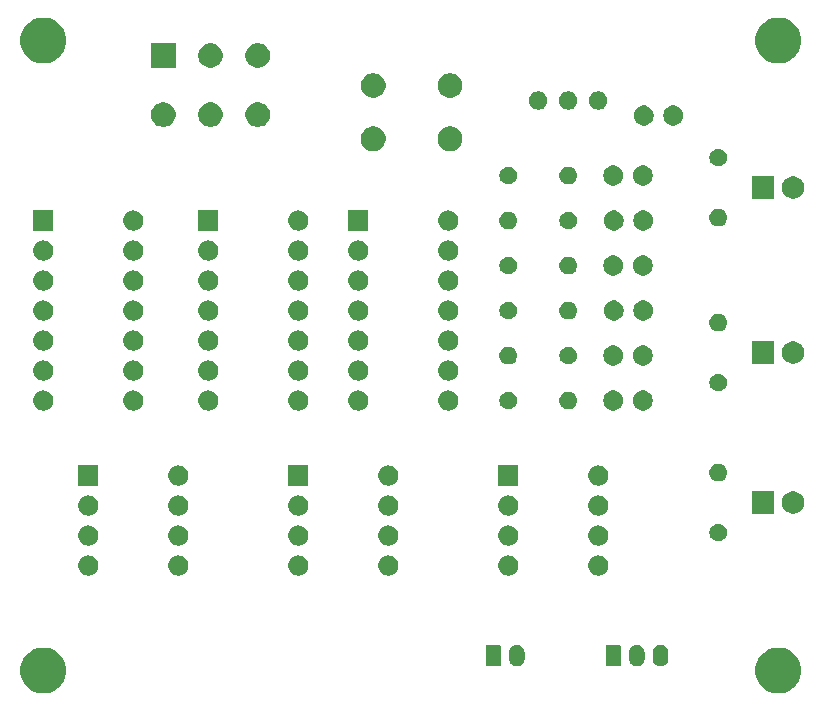
<source format=gbr>
G04 #@! TF.GenerationSoftware,KiCad,Pcbnew,(5.1.2-1)-1*
G04 #@! TF.CreationDate,2019-08-26T07:59:11+10:00*
G04 #@! TF.ProjectId,Clock,436c6f63-6b2e-46b6-9963-61645f706362,v01*
G04 #@! TF.SameCoordinates,Original*
G04 #@! TF.FileFunction,Soldermask,Bot*
G04 #@! TF.FilePolarity,Negative*
%FSLAX46Y46*%
G04 Gerber Fmt 4.6, Leading zero omitted, Abs format (unit mm)*
G04 Created by KiCad (PCBNEW (5.1.2-1)-1) date 2019-08-26 07:59:11*
%MOMM*%
%LPD*%
G04 APERTURE LIST*
%ADD10C,0.100000*%
G04 APERTURE END LIST*
D10*
G36*
X179129626Y-116238783D02*
G01*
X179312831Y-116314669D01*
X179483777Y-116385477D01*
X179802503Y-116598443D01*
X180073557Y-116869497D01*
X180258961Y-117146974D01*
X180286524Y-117188225D01*
X180433217Y-117542374D01*
X180508000Y-117918334D01*
X180508000Y-118301666D01*
X180433217Y-118677626D01*
X180286524Y-119031775D01*
X180286523Y-119031777D01*
X180073557Y-119350503D01*
X179802503Y-119621557D01*
X179483777Y-119834523D01*
X179483776Y-119834524D01*
X179483775Y-119834524D01*
X179129626Y-119981217D01*
X178753666Y-120056000D01*
X178370334Y-120056000D01*
X177994374Y-119981217D01*
X177640225Y-119834524D01*
X177640224Y-119834524D01*
X177640223Y-119834523D01*
X177321497Y-119621557D01*
X177050443Y-119350503D01*
X176837477Y-119031777D01*
X176837476Y-119031775D01*
X176690783Y-118677626D01*
X176616000Y-118301666D01*
X176616000Y-117918334D01*
X176690783Y-117542374D01*
X176837476Y-117188225D01*
X176865039Y-117146974D01*
X177050443Y-116869497D01*
X177321497Y-116598443D01*
X177640223Y-116385477D01*
X177811169Y-116314669D01*
X177994374Y-116238783D01*
X178370334Y-116164000D01*
X178753666Y-116164000D01*
X179129626Y-116238783D01*
X179129626Y-116238783D01*
G37*
G36*
X116899626Y-116238783D02*
G01*
X117082831Y-116314669D01*
X117253777Y-116385477D01*
X117572503Y-116598443D01*
X117843557Y-116869497D01*
X118028961Y-117146974D01*
X118056524Y-117188225D01*
X118203217Y-117542374D01*
X118278000Y-117918334D01*
X118278000Y-118301666D01*
X118203217Y-118677626D01*
X118056524Y-119031775D01*
X118056523Y-119031777D01*
X117843557Y-119350503D01*
X117572503Y-119621557D01*
X117253777Y-119834523D01*
X117253776Y-119834524D01*
X117253775Y-119834524D01*
X116899626Y-119981217D01*
X116523666Y-120056000D01*
X116140334Y-120056000D01*
X115764374Y-119981217D01*
X115410225Y-119834524D01*
X115410224Y-119834524D01*
X115410223Y-119834523D01*
X115091497Y-119621557D01*
X114820443Y-119350503D01*
X114607477Y-119031777D01*
X114607476Y-119031775D01*
X114460783Y-118677626D01*
X114386000Y-118301666D01*
X114386000Y-117918334D01*
X114460783Y-117542374D01*
X114607476Y-117188225D01*
X114635039Y-117146974D01*
X114820443Y-116869497D01*
X115091497Y-116598443D01*
X115410223Y-116385477D01*
X115581169Y-116314669D01*
X115764374Y-116238783D01*
X116140334Y-116164000D01*
X116523666Y-116164000D01*
X116899626Y-116238783D01*
X116899626Y-116238783D01*
G37*
G36*
X168719617Y-115923420D02*
G01*
X168800399Y-115947925D01*
X168842335Y-115960646D01*
X168955424Y-116021094D01*
X169054554Y-116102447D01*
X169135906Y-116201575D01*
X169196354Y-116314664D01*
X169206040Y-116346596D01*
X169233580Y-116437382D01*
X169243000Y-116533027D01*
X169243000Y-117146973D01*
X169233580Y-117242618D01*
X169206040Y-117333404D01*
X169196354Y-117365336D01*
X169135906Y-117478425D01*
X169054554Y-117577554D01*
X168955425Y-117658906D01*
X168842336Y-117719354D01*
X168810404Y-117729040D01*
X168719618Y-117756580D01*
X168592000Y-117769149D01*
X168464383Y-117756580D01*
X168373597Y-117729040D01*
X168341665Y-117719354D01*
X168228576Y-117658906D01*
X168129447Y-117577554D01*
X168048096Y-117478427D01*
X168048095Y-117478425D01*
X167987647Y-117365336D01*
X167987645Y-117365333D01*
X167975237Y-117324427D01*
X167950420Y-117242618D01*
X167941000Y-117146973D01*
X167941000Y-116533028D01*
X167950420Y-116437383D01*
X167987645Y-116314669D01*
X167987646Y-116314665D01*
X168048094Y-116201576D01*
X168129447Y-116102446D01*
X168228575Y-116021094D01*
X168341664Y-115960646D01*
X168383600Y-115947925D01*
X168464382Y-115923420D01*
X168592000Y-115910851D01*
X168719617Y-115923420D01*
X168719617Y-115923420D01*
G37*
G36*
X156559617Y-115923420D02*
G01*
X156640399Y-115947925D01*
X156682335Y-115960646D01*
X156795424Y-116021094D01*
X156894554Y-116102447D01*
X156975906Y-116201575D01*
X157036354Y-116314664D01*
X157046040Y-116346596D01*
X157073580Y-116437382D01*
X157083000Y-116533027D01*
X157083000Y-117146973D01*
X157073580Y-117242618D01*
X157046040Y-117333404D01*
X157036354Y-117365336D01*
X156975906Y-117478425D01*
X156894554Y-117577554D01*
X156795425Y-117658906D01*
X156682336Y-117719354D01*
X156650404Y-117729040D01*
X156559618Y-117756580D01*
X156432000Y-117769149D01*
X156304383Y-117756580D01*
X156213597Y-117729040D01*
X156181665Y-117719354D01*
X156068576Y-117658906D01*
X155969447Y-117577554D01*
X155888096Y-117478427D01*
X155888095Y-117478425D01*
X155827647Y-117365336D01*
X155827645Y-117365333D01*
X155815237Y-117324427D01*
X155790420Y-117242618D01*
X155781000Y-117146973D01*
X155781000Y-116533028D01*
X155790420Y-116437383D01*
X155827645Y-116314669D01*
X155827646Y-116314665D01*
X155888094Y-116201576D01*
X155969447Y-116102446D01*
X156068575Y-116021094D01*
X156181664Y-115960646D01*
X156223600Y-115947925D01*
X156304382Y-115923420D01*
X156432000Y-115910851D01*
X156559617Y-115923420D01*
X156559617Y-115923420D01*
G37*
G36*
X166719617Y-115923420D02*
G01*
X166800399Y-115947925D01*
X166842335Y-115960646D01*
X166955424Y-116021094D01*
X167054554Y-116102447D01*
X167135906Y-116201575D01*
X167196354Y-116314664D01*
X167206040Y-116346596D01*
X167233580Y-116437382D01*
X167243000Y-116533027D01*
X167243000Y-117146973D01*
X167233580Y-117242618D01*
X167206040Y-117333404D01*
X167196354Y-117365336D01*
X167135906Y-117478425D01*
X167054554Y-117577554D01*
X166955425Y-117658906D01*
X166842336Y-117719354D01*
X166810404Y-117729040D01*
X166719618Y-117756580D01*
X166592000Y-117769149D01*
X166464383Y-117756580D01*
X166373597Y-117729040D01*
X166341665Y-117719354D01*
X166228576Y-117658906D01*
X166129447Y-117577554D01*
X166048096Y-117478427D01*
X166048095Y-117478425D01*
X165987647Y-117365336D01*
X165987645Y-117365333D01*
X165975237Y-117324427D01*
X165950420Y-117242618D01*
X165941000Y-117146973D01*
X165941000Y-116533028D01*
X165950420Y-116437383D01*
X165987645Y-116314669D01*
X165987646Y-116314665D01*
X166048094Y-116201576D01*
X166129447Y-116102446D01*
X166228575Y-116021094D01*
X166341664Y-115960646D01*
X166383600Y-115947925D01*
X166464382Y-115923420D01*
X166592000Y-115910851D01*
X166719617Y-115923420D01*
X166719617Y-115923420D01*
G37*
G36*
X165083242Y-115918404D02*
G01*
X165120337Y-115929657D01*
X165154515Y-115947925D01*
X165184481Y-115972519D01*
X165209075Y-116002485D01*
X165227343Y-116036663D01*
X165238596Y-116073758D01*
X165243000Y-116118474D01*
X165243000Y-117561526D01*
X165238596Y-117606242D01*
X165227343Y-117643337D01*
X165209075Y-117677515D01*
X165184481Y-117707481D01*
X165154515Y-117732075D01*
X165120337Y-117750343D01*
X165083242Y-117761596D01*
X165038526Y-117766000D01*
X164145474Y-117766000D01*
X164100758Y-117761596D01*
X164063663Y-117750343D01*
X164029485Y-117732075D01*
X163999519Y-117707481D01*
X163974925Y-117677515D01*
X163956657Y-117643337D01*
X163945404Y-117606242D01*
X163941000Y-117561526D01*
X163941000Y-116118474D01*
X163945404Y-116073758D01*
X163956657Y-116036663D01*
X163974925Y-116002485D01*
X163999519Y-115972519D01*
X164029485Y-115947925D01*
X164063663Y-115929657D01*
X164100758Y-115918404D01*
X164145474Y-115914000D01*
X165038526Y-115914000D01*
X165083242Y-115918404D01*
X165083242Y-115918404D01*
G37*
G36*
X154923242Y-115918404D02*
G01*
X154960337Y-115929657D01*
X154994515Y-115947925D01*
X155024481Y-115972519D01*
X155049075Y-116002485D01*
X155067343Y-116036663D01*
X155078596Y-116073758D01*
X155083000Y-116118474D01*
X155083000Y-117561526D01*
X155078596Y-117606242D01*
X155067343Y-117643337D01*
X155049075Y-117677515D01*
X155024481Y-117707481D01*
X154994515Y-117732075D01*
X154960337Y-117750343D01*
X154923242Y-117761596D01*
X154878526Y-117766000D01*
X153985474Y-117766000D01*
X153940758Y-117761596D01*
X153903663Y-117750343D01*
X153869485Y-117732075D01*
X153839519Y-117707481D01*
X153814925Y-117677515D01*
X153796657Y-117643337D01*
X153785404Y-117606242D01*
X153781000Y-117561526D01*
X153781000Y-116118474D01*
X153785404Y-116073758D01*
X153796657Y-116036663D01*
X153814925Y-116002485D01*
X153839519Y-115972519D01*
X153869485Y-115947925D01*
X153903663Y-115929657D01*
X153940758Y-115918404D01*
X153985474Y-115914000D01*
X154878526Y-115914000D01*
X154923242Y-115918404D01*
X154923242Y-115918404D01*
G37*
G36*
X120308823Y-108381313D02*
G01*
X120469242Y-108429976D01*
X120601906Y-108500886D01*
X120617078Y-108508996D01*
X120746659Y-108615341D01*
X120853004Y-108744922D01*
X120853005Y-108744924D01*
X120932024Y-108892758D01*
X120980687Y-109053177D01*
X120997117Y-109220000D01*
X120980687Y-109386823D01*
X120932024Y-109547242D01*
X120861114Y-109679906D01*
X120853004Y-109695078D01*
X120746659Y-109824659D01*
X120617078Y-109931004D01*
X120617076Y-109931005D01*
X120469242Y-110010024D01*
X120308823Y-110058687D01*
X120183804Y-110071000D01*
X120100196Y-110071000D01*
X119975177Y-110058687D01*
X119814758Y-110010024D01*
X119666924Y-109931005D01*
X119666922Y-109931004D01*
X119537341Y-109824659D01*
X119430996Y-109695078D01*
X119422886Y-109679906D01*
X119351976Y-109547242D01*
X119303313Y-109386823D01*
X119286883Y-109220000D01*
X119303313Y-109053177D01*
X119351976Y-108892758D01*
X119430995Y-108744924D01*
X119430996Y-108744922D01*
X119537341Y-108615341D01*
X119666922Y-108508996D01*
X119682094Y-108500886D01*
X119814758Y-108429976D01*
X119975177Y-108381313D01*
X120100196Y-108369000D01*
X120183804Y-108369000D01*
X120308823Y-108381313D01*
X120308823Y-108381313D01*
G37*
G36*
X138088823Y-108381313D02*
G01*
X138249242Y-108429976D01*
X138381906Y-108500886D01*
X138397078Y-108508996D01*
X138526659Y-108615341D01*
X138633004Y-108744922D01*
X138633005Y-108744924D01*
X138712024Y-108892758D01*
X138760687Y-109053177D01*
X138777117Y-109220000D01*
X138760687Y-109386823D01*
X138712024Y-109547242D01*
X138641114Y-109679906D01*
X138633004Y-109695078D01*
X138526659Y-109824659D01*
X138397078Y-109931004D01*
X138397076Y-109931005D01*
X138249242Y-110010024D01*
X138088823Y-110058687D01*
X137963804Y-110071000D01*
X137880196Y-110071000D01*
X137755177Y-110058687D01*
X137594758Y-110010024D01*
X137446924Y-109931005D01*
X137446922Y-109931004D01*
X137317341Y-109824659D01*
X137210996Y-109695078D01*
X137202886Y-109679906D01*
X137131976Y-109547242D01*
X137083313Y-109386823D01*
X137066883Y-109220000D01*
X137083313Y-109053177D01*
X137131976Y-108892758D01*
X137210995Y-108744924D01*
X137210996Y-108744922D01*
X137317341Y-108615341D01*
X137446922Y-108508996D01*
X137462094Y-108500886D01*
X137594758Y-108429976D01*
X137755177Y-108381313D01*
X137880196Y-108369000D01*
X137963804Y-108369000D01*
X138088823Y-108381313D01*
X138088823Y-108381313D01*
G37*
G36*
X127928823Y-108381313D02*
G01*
X128089242Y-108429976D01*
X128221906Y-108500886D01*
X128237078Y-108508996D01*
X128366659Y-108615341D01*
X128473004Y-108744922D01*
X128473005Y-108744924D01*
X128552024Y-108892758D01*
X128600687Y-109053177D01*
X128617117Y-109220000D01*
X128600687Y-109386823D01*
X128552024Y-109547242D01*
X128481114Y-109679906D01*
X128473004Y-109695078D01*
X128366659Y-109824659D01*
X128237078Y-109931004D01*
X128237076Y-109931005D01*
X128089242Y-110010024D01*
X127928823Y-110058687D01*
X127803804Y-110071000D01*
X127720196Y-110071000D01*
X127595177Y-110058687D01*
X127434758Y-110010024D01*
X127286924Y-109931005D01*
X127286922Y-109931004D01*
X127157341Y-109824659D01*
X127050996Y-109695078D01*
X127042886Y-109679906D01*
X126971976Y-109547242D01*
X126923313Y-109386823D01*
X126906883Y-109220000D01*
X126923313Y-109053177D01*
X126971976Y-108892758D01*
X127050995Y-108744924D01*
X127050996Y-108744922D01*
X127157341Y-108615341D01*
X127286922Y-108508996D01*
X127302094Y-108500886D01*
X127434758Y-108429976D01*
X127595177Y-108381313D01*
X127720196Y-108369000D01*
X127803804Y-108369000D01*
X127928823Y-108381313D01*
X127928823Y-108381313D01*
G37*
G36*
X163488823Y-108381313D02*
G01*
X163649242Y-108429976D01*
X163781906Y-108500886D01*
X163797078Y-108508996D01*
X163926659Y-108615341D01*
X164033004Y-108744922D01*
X164033005Y-108744924D01*
X164112024Y-108892758D01*
X164160687Y-109053177D01*
X164177117Y-109220000D01*
X164160687Y-109386823D01*
X164112024Y-109547242D01*
X164041114Y-109679906D01*
X164033004Y-109695078D01*
X163926659Y-109824659D01*
X163797078Y-109931004D01*
X163797076Y-109931005D01*
X163649242Y-110010024D01*
X163488823Y-110058687D01*
X163363804Y-110071000D01*
X163280196Y-110071000D01*
X163155177Y-110058687D01*
X162994758Y-110010024D01*
X162846924Y-109931005D01*
X162846922Y-109931004D01*
X162717341Y-109824659D01*
X162610996Y-109695078D01*
X162602886Y-109679906D01*
X162531976Y-109547242D01*
X162483313Y-109386823D01*
X162466883Y-109220000D01*
X162483313Y-109053177D01*
X162531976Y-108892758D01*
X162610995Y-108744924D01*
X162610996Y-108744922D01*
X162717341Y-108615341D01*
X162846922Y-108508996D01*
X162862094Y-108500886D01*
X162994758Y-108429976D01*
X163155177Y-108381313D01*
X163280196Y-108369000D01*
X163363804Y-108369000D01*
X163488823Y-108381313D01*
X163488823Y-108381313D01*
G37*
G36*
X155868823Y-108381313D02*
G01*
X156029242Y-108429976D01*
X156161906Y-108500886D01*
X156177078Y-108508996D01*
X156306659Y-108615341D01*
X156413004Y-108744922D01*
X156413005Y-108744924D01*
X156492024Y-108892758D01*
X156540687Y-109053177D01*
X156557117Y-109220000D01*
X156540687Y-109386823D01*
X156492024Y-109547242D01*
X156421114Y-109679906D01*
X156413004Y-109695078D01*
X156306659Y-109824659D01*
X156177078Y-109931004D01*
X156177076Y-109931005D01*
X156029242Y-110010024D01*
X155868823Y-110058687D01*
X155743804Y-110071000D01*
X155660196Y-110071000D01*
X155535177Y-110058687D01*
X155374758Y-110010024D01*
X155226924Y-109931005D01*
X155226922Y-109931004D01*
X155097341Y-109824659D01*
X154990996Y-109695078D01*
X154982886Y-109679906D01*
X154911976Y-109547242D01*
X154863313Y-109386823D01*
X154846883Y-109220000D01*
X154863313Y-109053177D01*
X154911976Y-108892758D01*
X154990995Y-108744924D01*
X154990996Y-108744922D01*
X155097341Y-108615341D01*
X155226922Y-108508996D01*
X155242094Y-108500886D01*
X155374758Y-108429976D01*
X155535177Y-108381313D01*
X155660196Y-108369000D01*
X155743804Y-108369000D01*
X155868823Y-108381313D01*
X155868823Y-108381313D01*
G37*
G36*
X145708823Y-108381313D02*
G01*
X145869242Y-108429976D01*
X146001906Y-108500886D01*
X146017078Y-108508996D01*
X146146659Y-108615341D01*
X146253004Y-108744922D01*
X146253005Y-108744924D01*
X146332024Y-108892758D01*
X146380687Y-109053177D01*
X146397117Y-109220000D01*
X146380687Y-109386823D01*
X146332024Y-109547242D01*
X146261114Y-109679906D01*
X146253004Y-109695078D01*
X146146659Y-109824659D01*
X146017078Y-109931004D01*
X146017076Y-109931005D01*
X145869242Y-110010024D01*
X145708823Y-110058687D01*
X145583804Y-110071000D01*
X145500196Y-110071000D01*
X145375177Y-110058687D01*
X145214758Y-110010024D01*
X145066924Y-109931005D01*
X145066922Y-109931004D01*
X144937341Y-109824659D01*
X144830996Y-109695078D01*
X144822886Y-109679906D01*
X144751976Y-109547242D01*
X144703313Y-109386823D01*
X144686883Y-109220000D01*
X144703313Y-109053177D01*
X144751976Y-108892758D01*
X144830995Y-108744924D01*
X144830996Y-108744922D01*
X144937341Y-108615341D01*
X145066922Y-108508996D01*
X145082094Y-108500886D01*
X145214758Y-108429976D01*
X145375177Y-108381313D01*
X145500196Y-108369000D01*
X145583804Y-108369000D01*
X145708823Y-108381313D01*
X145708823Y-108381313D01*
G37*
G36*
X127928823Y-105841313D02*
G01*
X128089242Y-105889976D01*
X128196422Y-105947265D01*
X128237078Y-105968996D01*
X128366659Y-106075341D01*
X128473004Y-106204922D01*
X128473005Y-106204924D01*
X128552024Y-106352758D01*
X128600687Y-106513177D01*
X128617117Y-106680000D01*
X128600687Y-106846823D01*
X128552024Y-107007242D01*
X128481114Y-107139906D01*
X128473004Y-107155078D01*
X128366659Y-107284659D01*
X128237078Y-107391004D01*
X128237076Y-107391005D01*
X128089242Y-107470024D01*
X127928823Y-107518687D01*
X127803804Y-107531000D01*
X127720196Y-107531000D01*
X127595177Y-107518687D01*
X127434758Y-107470024D01*
X127286924Y-107391005D01*
X127286922Y-107391004D01*
X127157341Y-107284659D01*
X127050996Y-107155078D01*
X127042886Y-107139906D01*
X126971976Y-107007242D01*
X126923313Y-106846823D01*
X126906883Y-106680000D01*
X126923313Y-106513177D01*
X126971976Y-106352758D01*
X127050995Y-106204924D01*
X127050996Y-106204922D01*
X127157341Y-106075341D01*
X127286922Y-105968996D01*
X127327578Y-105947265D01*
X127434758Y-105889976D01*
X127595177Y-105841313D01*
X127720196Y-105829000D01*
X127803804Y-105829000D01*
X127928823Y-105841313D01*
X127928823Y-105841313D01*
G37*
G36*
X120308823Y-105841313D02*
G01*
X120469242Y-105889976D01*
X120576422Y-105947265D01*
X120617078Y-105968996D01*
X120746659Y-106075341D01*
X120853004Y-106204922D01*
X120853005Y-106204924D01*
X120932024Y-106352758D01*
X120980687Y-106513177D01*
X120997117Y-106680000D01*
X120980687Y-106846823D01*
X120932024Y-107007242D01*
X120861114Y-107139906D01*
X120853004Y-107155078D01*
X120746659Y-107284659D01*
X120617078Y-107391004D01*
X120617076Y-107391005D01*
X120469242Y-107470024D01*
X120308823Y-107518687D01*
X120183804Y-107531000D01*
X120100196Y-107531000D01*
X119975177Y-107518687D01*
X119814758Y-107470024D01*
X119666924Y-107391005D01*
X119666922Y-107391004D01*
X119537341Y-107284659D01*
X119430996Y-107155078D01*
X119422886Y-107139906D01*
X119351976Y-107007242D01*
X119303313Y-106846823D01*
X119286883Y-106680000D01*
X119303313Y-106513177D01*
X119351976Y-106352758D01*
X119430995Y-106204924D01*
X119430996Y-106204922D01*
X119537341Y-106075341D01*
X119666922Y-105968996D01*
X119707578Y-105947265D01*
X119814758Y-105889976D01*
X119975177Y-105841313D01*
X120100196Y-105829000D01*
X120183804Y-105829000D01*
X120308823Y-105841313D01*
X120308823Y-105841313D01*
G37*
G36*
X155868823Y-105841313D02*
G01*
X156029242Y-105889976D01*
X156136422Y-105947265D01*
X156177078Y-105968996D01*
X156306659Y-106075341D01*
X156413004Y-106204922D01*
X156413005Y-106204924D01*
X156492024Y-106352758D01*
X156540687Y-106513177D01*
X156557117Y-106680000D01*
X156540687Y-106846823D01*
X156492024Y-107007242D01*
X156421114Y-107139906D01*
X156413004Y-107155078D01*
X156306659Y-107284659D01*
X156177078Y-107391004D01*
X156177076Y-107391005D01*
X156029242Y-107470024D01*
X155868823Y-107518687D01*
X155743804Y-107531000D01*
X155660196Y-107531000D01*
X155535177Y-107518687D01*
X155374758Y-107470024D01*
X155226924Y-107391005D01*
X155226922Y-107391004D01*
X155097341Y-107284659D01*
X154990996Y-107155078D01*
X154982886Y-107139906D01*
X154911976Y-107007242D01*
X154863313Y-106846823D01*
X154846883Y-106680000D01*
X154863313Y-106513177D01*
X154911976Y-106352758D01*
X154990995Y-106204924D01*
X154990996Y-106204922D01*
X155097341Y-106075341D01*
X155226922Y-105968996D01*
X155267578Y-105947265D01*
X155374758Y-105889976D01*
X155535177Y-105841313D01*
X155660196Y-105829000D01*
X155743804Y-105829000D01*
X155868823Y-105841313D01*
X155868823Y-105841313D01*
G37*
G36*
X138088823Y-105841313D02*
G01*
X138249242Y-105889976D01*
X138356422Y-105947265D01*
X138397078Y-105968996D01*
X138526659Y-106075341D01*
X138633004Y-106204922D01*
X138633005Y-106204924D01*
X138712024Y-106352758D01*
X138760687Y-106513177D01*
X138777117Y-106680000D01*
X138760687Y-106846823D01*
X138712024Y-107007242D01*
X138641114Y-107139906D01*
X138633004Y-107155078D01*
X138526659Y-107284659D01*
X138397078Y-107391004D01*
X138397076Y-107391005D01*
X138249242Y-107470024D01*
X138088823Y-107518687D01*
X137963804Y-107531000D01*
X137880196Y-107531000D01*
X137755177Y-107518687D01*
X137594758Y-107470024D01*
X137446924Y-107391005D01*
X137446922Y-107391004D01*
X137317341Y-107284659D01*
X137210996Y-107155078D01*
X137202886Y-107139906D01*
X137131976Y-107007242D01*
X137083313Y-106846823D01*
X137066883Y-106680000D01*
X137083313Y-106513177D01*
X137131976Y-106352758D01*
X137210995Y-106204924D01*
X137210996Y-106204922D01*
X137317341Y-106075341D01*
X137446922Y-105968996D01*
X137487578Y-105947265D01*
X137594758Y-105889976D01*
X137755177Y-105841313D01*
X137880196Y-105829000D01*
X137963804Y-105829000D01*
X138088823Y-105841313D01*
X138088823Y-105841313D01*
G37*
G36*
X145708823Y-105841313D02*
G01*
X145869242Y-105889976D01*
X145976422Y-105947265D01*
X146017078Y-105968996D01*
X146146659Y-106075341D01*
X146253004Y-106204922D01*
X146253005Y-106204924D01*
X146332024Y-106352758D01*
X146380687Y-106513177D01*
X146397117Y-106680000D01*
X146380687Y-106846823D01*
X146332024Y-107007242D01*
X146261114Y-107139906D01*
X146253004Y-107155078D01*
X146146659Y-107284659D01*
X146017078Y-107391004D01*
X146017076Y-107391005D01*
X145869242Y-107470024D01*
X145708823Y-107518687D01*
X145583804Y-107531000D01*
X145500196Y-107531000D01*
X145375177Y-107518687D01*
X145214758Y-107470024D01*
X145066924Y-107391005D01*
X145066922Y-107391004D01*
X144937341Y-107284659D01*
X144830996Y-107155078D01*
X144822886Y-107139906D01*
X144751976Y-107007242D01*
X144703313Y-106846823D01*
X144686883Y-106680000D01*
X144703313Y-106513177D01*
X144751976Y-106352758D01*
X144830995Y-106204924D01*
X144830996Y-106204922D01*
X144937341Y-106075341D01*
X145066922Y-105968996D01*
X145107578Y-105947265D01*
X145214758Y-105889976D01*
X145375177Y-105841313D01*
X145500196Y-105829000D01*
X145583804Y-105829000D01*
X145708823Y-105841313D01*
X145708823Y-105841313D01*
G37*
G36*
X163488823Y-105841313D02*
G01*
X163649242Y-105889976D01*
X163756422Y-105947265D01*
X163797078Y-105968996D01*
X163926659Y-106075341D01*
X164033004Y-106204922D01*
X164033005Y-106204924D01*
X164112024Y-106352758D01*
X164160687Y-106513177D01*
X164177117Y-106680000D01*
X164160687Y-106846823D01*
X164112024Y-107007242D01*
X164041114Y-107139906D01*
X164033004Y-107155078D01*
X163926659Y-107284659D01*
X163797078Y-107391004D01*
X163797076Y-107391005D01*
X163649242Y-107470024D01*
X163488823Y-107518687D01*
X163363804Y-107531000D01*
X163280196Y-107531000D01*
X163155177Y-107518687D01*
X162994758Y-107470024D01*
X162846924Y-107391005D01*
X162846922Y-107391004D01*
X162717341Y-107284659D01*
X162610996Y-107155078D01*
X162602886Y-107139906D01*
X162531976Y-107007242D01*
X162483313Y-106846823D01*
X162466883Y-106680000D01*
X162483313Y-106513177D01*
X162531976Y-106352758D01*
X162610995Y-106204924D01*
X162610996Y-106204922D01*
X162717341Y-106075341D01*
X162846922Y-105968996D01*
X162887578Y-105947265D01*
X162994758Y-105889976D01*
X163155177Y-105841313D01*
X163280196Y-105829000D01*
X163363804Y-105829000D01*
X163488823Y-105841313D01*
X163488823Y-105841313D01*
G37*
G36*
X173701059Y-105703860D02*
G01*
X173837732Y-105760472D01*
X173960735Y-105842660D01*
X174065340Y-105947265D01*
X174079860Y-105968996D01*
X174147529Y-106070270D01*
X174204140Y-106206941D01*
X174233000Y-106352032D01*
X174233000Y-106499968D01*
X174204140Y-106645059D01*
X174147528Y-106781732D01*
X174065340Y-106904735D01*
X173960735Y-107009340D01*
X173837732Y-107091528D01*
X173837731Y-107091529D01*
X173837730Y-107091529D01*
X173701059Y-107148140D01*
X173555968Y-107177000D01*
X173408032Y-107177000D01*
X173262941Y-107148140D01*
X173126270Y-107091529D01*
X173126269Y-107091529D01*
X173126268Y-107091528D01*
X173003265Y-107009340D01*
X172898660Y-106904735D01*
X172816472Y-106781732D01*
X172759860Y-106645059D01*
X172731000Y-106499968D01*
X172731000Y-106352032D01*
X172759860Y-106206941D01*
X172816471Y-106070270D01*
X172884140Y-105968996D01*
X172898660Y-105947265D01*
X173003265Y-105842660D01*
X173126268Y-105760472D01*
X173262941Y-105703860D01*
X173408032Y-105675000D01*
X173555968Y-105675000D01*
X173701059Y-105703860D01*
X173701059Y-105703860D01*
G37*
G36*
X120308823Y-103301313D02*
G01*
X120469242Y-103349976D01*
X120601906Y-103420886D01*
X120617078Y-103428996D01*
X120746659Y-103535341D01*
X120853004Y-103664922D01*
X120853005Y-103664924D01*
X120932024Y-103812758D01*
X120980687Y-103973177D01*
X120997117Y-104140000D01*
X120980687Y-104306823D01*
X120932024Y-104467242D01*
X120918670Y-104492225D01*
X120853004Y-104615078D01*
X120746659Y-104744659D01*
X120617078Y-104851004D01*
X120617076Y-104851005D01*
X120469242Y-104930024D01*
X120308823Y-104978687D01*
X120183804Y-104991000D01*
X120100196Y-104991000D01*
X119975177Y-104978687D01*
X119814758Y-104930024D01*
X119666924Y-104851005D01*
X119666922Y-104851004D01*
X119537341Y-104744659D01*
X119430996Y-104615078D01*
X119365330Y-104492225D01*
X119351976Y-104467242D01*
X119303313Y-104306823D01*
X119286883Y-104140000D01*
X119303313Y-103973177D01*
X119351976Y-103812758D01*
X119430995Y-103664924D01*
X119430996Y-103664922D01*
X119537341Y-103535341D01*
X119666922Y-103428996D01*
X119682094Y-103420886D01*
X119814758Y-103349976D01*
X119975177Y-103301313D01*
X120100196Y-103289000D01*
X120183804Y-103289000D01*
X120308823Y-103301313D01*
X120308823Y-103301313D01*
G37*
G36*
X127928823Y-103301313D02*
G01*
X128089242Y-103349976D01*
X128221906Y-103420886D01*
X128237078Y-103428996D01*
X128366659Y-103535341D01*
X128473004Y-103664922D01*
X128473005Y-103664924D01*
X128552024Y-103812758D01*
X128600687Y-103973177D01*
X128617117Y-104140000D01*
X128600687Y-104306823D01*
X128552024Y-104467242D01*
X128538670Y-104492225D01*
X128473004Y-104615078D01*
X128366659Y-104744659D01*
X128237078Y-104851004D01*
X128237076Y-104851005D01*
X128089242Y-104930024D01*
X127928823Y-104978687D01*
X127803804Y-104991000D01*
X127720196Y-104991000D01*
X127595177Y-104978687D01*
X127434758Y-104930024D01*
X127286924Y-104851005D01*
X127286922Y-104851004D01*
X127157341Y-104744659D01*
X127050996Y-104615078D01*
X126985330Y-104492225D01*
X126971976Y-104467242D01*
X126923313Y-104306823D01*
X126906883Y-104140000D01*
X126923313Y-103973177D01*
X126971976Y-103812758D01*
X127050995Y-103664924D01*
X127050996Y-103664922D01*
X127157341Y-103535341D01*
X127286922Y-103428996D01*
X127302094Y-103420886D01*
X127434758Y-103349976D01*
X127595177Y-103301313D01*
X127720196Y-103289000D01*
X127803804Y-103289000D01*
X127928823Y-103301313D01*
X127928823Y-103301313D01*
G37*
G36*
X138088823Y-103301313D02*
G01*
X138249242Y-103349976D01*
X138381906Y-103420886D01*
X138397078Y-103428996D01*
X138526659Y-103535341D01*
X138633004Y-103664922D01*
X138633005Y-103664924D01*
X138712024Y-103812758D01*
X138760687Y-103973177D01*
X138777117Y-104140000D01*
X138760687Y-104306823D01*
X138712024Y-104467242D01*
X138698670Y-104492225D01*
X138633004Y-104615078D01*
X138526659Y-104744659D01*
X138397078Y-104851004D01*
X138397076Y-104851005D01*
X138249242Y-104930024D01*
X138088823Y-104978687D01*
X137963804Y-104991000D01*
X137880196Y-104991000D01*
X137755177Y-104978687D01*
X137594758Y-104930024D01*
X137446924Y-104851005D01*
X137446922Y-104851004D01*
X137317341Y-104744659D01*
X137210996Y-104615078D01*
X137145330Y-104492225D01*
X137131976Y-104467242D01*
X137083313Y-104306823D01*
X137066883Y-104140000D01*
X137083313Y-103973177D01*
X137131976Y-103812758D01*
X137210995Y-103664924D01*
X137210996Y-103664922D01*
X137317341Y-103535341D01*
X137446922Y-103428996D01*
X137462094Y-103420886D01*
X137594758Y-103349976D01*
X137755177Y-103301313D01*
X137880196Y-103289000D01*
X137963804Y-103289000D01*
X138088823Y-103301313D01*
X138088823Y-103301313D01*
G37*
G36*
X145708823Y-103301313D02*
G01*
X145869242Y-103349976D01*
X146001906Y-103420886D01*
X146017078Y-103428996D01*
X146146659Y-103535341D01*
X146253004Y-103664922D01*
X146253005Y-103664924D01*
X146332024Y-103812758D01*
X146380687Y-103973177D01*
X146397117Y-104140000D01*
X146380687Y-104306823D01*
X146332024Y-104467242D01*
X146318670Y-104492225D01*
X146253004Y-104615078D01*
X146146659Y-104744659D01*
X146017078Y-104851004D01*
X146017076Y-104851005D01*
X145869242Y-104930024D01*
X145708823Y-104978687D01*
X145583804Y-104991000D01*
X145500196Y-104991000D01*
X145375177Y-104978687D01*
X145214758Y-104930024D01*
X145066924Y-104851005D01*
X145066922Y-104851004D01*
X144937341Y-104744659D01*
X144830996Y-104615078D01*
X144765330Y-104492225D01*
X144751976Y-104467242D01*
X144703313Y-104306823D01*
X144686883Y-104140000D01*
X144703313Y-103973177D01*
X144751976Y-103812758D01*
X144830995Y-103664924D01*
X144830996Y-103664922D01*
X144937341Y-103535341D01*
X145066922Y-103428996D01*
X145082094Y-103420886D01*
X145214758Y-103349976D01*
X145375177Y-103301313D01*
X145500196Y-103289000D01*
X145583804Y-103289000D01*
X145708823Y-103301313D01*
X145708823Y-103301313D01*
G37*
G36*
X155868823Y-103301313D02*
G01*
X156029242Y-103349976D01*
X156161906Y-103420886D01*
X156177078Y-103428996D01*
X156306659Y-103535341D01*
X156413004Y-103664922D01*
X156413005Y-103664924D01*
X156492024Y-103812758D01*
X156540687Y-103973177D01*
X156557117Y-104140000D01*
X156540687Y-104306823D01*
X156492024Y-104467242D01*
X156478670Y-104492225D01*
X156413004Y-104615078D01*
X156306659Y-104744659D01*
X156177078Y-104851004D01*
X156177076Y-104851005D01*
X156029242Y-104930024D01*
X155868823Y-104978687D01*
X155743804Y-104991000D01*
X155660196Y-104991000D01*
X155535177Y-104978687D01*
X155374758Y-104930024D01*
X155226924Y-104851005D01*
X155226922Y-104851004D01*
X155097341Y-104744659D01*
X154990996Y-104615078D01*
X154925330Y-104492225D01*
X154911976Y-104467242D01*
X154863313Y-104306823D01*
X154846883Y-104140000D01*
X154863313Y-103973177D01*
X154911976Y-103812758D01*
X154990995Y-103664924D01*
X154990996Y-103664922D01*
X155097341Y-103535341D01*
X155226922Y-103428996D01*
X155242094Y-103420886D01*
X155374758Y-103349976D01*
X155535177Y-103301313D01*
X155660196Y-103289000D01*
X155743804Y-103289000D01*
X155868823Y-103301313D01*
X155868823Y-103301313D01*
G37*
G36*
X163488823Y-103301313D02*
G01*
X163649242Y-103349976D01*
X163781906Y-103420886D01*
X163797078Y-103428996D01*
X163926659Y-103535341D01*
X164033004Y-103664922D01*
X164033005Y-103664924D01*
X164112024Y-103812758D01*
X164160687Y-103973177D01*
X164177117Y-104140000D01*
X164160687Y-104306823D01*
X164112024Y-104467242D01*
X164098670Y-104492225D01*
X164033004Y-104615078D01*
X163926659Y-104744659D01*
X163797078Y-104851004D01*
X163797076Y-104851005D01*
X163649242Y-104930024D01*
X163488823Y-104978687D01*
X163363804Y-104991000D01*
X163280196Y-104991000D01*
X163155177Y-104978687D01*
X162994758Y-104930024D01*
X162846924Y-104851005D01*
X162846922Y-104851004D01*
X162717341Y-104744659D01*
X162610996Y-104615078D01*
X162545330Y-104492225D01*
X162531976Y-104467242D01*
X162483313Y-104306823D01*
X162466883Y-104140000D01*
X162483313Y-103973177D01*
X162531976Y-103812758D01*
X162610995Y-103664924D01*
X162610996Y-103664922D01*
X162717341Y-103535341D01*
X162846922Y-103428996D01*
X162862094Y-103420886D01*
X162994758Y-103349976D01*
X163155177Y-103301313D01*
X163280196Y-103289000D01*
X163363804Y-103289000D01*
X163488823Y-103301313D01*
X163488823Y-103301313D01*
G37*
G36*
X178243000Y-104837000D02*
G01*
X176341000Y-104837000D01*
X176341000Y-102935000D01*
X178243000Y-102935000D01*
X178243000Y-104837000D01*
X178243000Y-104837000D01*
G37*
G36*
X180109395Y-102971546D02*
G01*
X180282466Y-103043234D01*
X180282467Y-103043235D01*
X180438227Y-103147310D01*
X180570690Y-103279773D01*
X180570691Y-103279775D01*
X180674766Y-103435534D01*
X180746454Y-103608605D01*
X180783000Y-103792333D01*
X180783000Y-103979667D01*
X180746454Y-104163395D01*
X180674766Y-104336466D01*
X180674765Y-104336467D01*
X180570690Y-104492227D01*
X180438227Y-104624690D01*
X180359818Y-104677081D01*
X180282466Y-104728766D01*
X180109395Y-104800454D01*
X179925667Y-104837000D01*
X179738333Y-104837000D01*
X179554605Y-104800454D01*
X179381534Y-104728766D01*
X179304182Y-104677081D01*
X179225773Y-104624690D01*
X179093310Y-104492227D01*
X178989235Y-104336467D01*
X178989234Y-104336466D01*
X178917546Y-104163395D01*
X178881000Y-103979667D01*
X178881000Y-103792333D01*
X178917546Y-103608605D01*
X178989234Y-103435534D01*
X179093309Y-103279775D01*
X179093310Y-103279773D01*
X179225773Y-103147310D01*
X179381533Y-103043235D01*
X179381534Y-103043234D01*
X179554605Y-102971546D01*
X179738333Y-102935000D01*
X179925667Y-102935000D01*
X180109395Y-102971546D01*
X180109395Y-102971546D01*
G37*
G36*
X120993000Y-102451000D02*
G01*
X119291000Y-102451000D01*
X119291000Y-100749000D01*
X120993000Y-100749000D01*
X120993000Y-102451000D01*
X120993000Y-102451000D01*
G37*
G36*
X156553000Y-102451000D02*
G01*
X154851000Y-102451000D01*
X154851000Y-100749000D01*
X156553000Y-100749000D01*
X156553000Y-102451000D01*
X156553000Y-102451000D01*
G37*
G36*
X163488823Y-100761313D02*
G01*
X163649242Y-100809976D01*
X163781906Y-100880886D01*
X163797078Y-100888996D01*
X163926659Y-100995341D01*
X164033004Y-101124922D01*
X164033005Y-101124924D01*
X164112024Y-101272758D01*
X164160687Y-101433177D01*
X164177117Y-101600000D01*
X164160687Y-101766823D01*
X164112024Y-101927242D01*
X164050049Y-102043189D01*
X164033004Y-102075078D01*
X163926659Y-102204659D01*
X163797078Y-102311004D01*
X163797076Y-102311005D01*
X163649242Y-102390024D01*
X163488823Y-102438687D01*
X163363804Y-102451000D01*
X163280196Y-102451000D01*
X163155177Y-102438687D01*
X162994758Y-102390024D01*
X162846924Y-102311005D01*
X162846922Y-102311004D01*
X162717341Y-102204659D01*
X162610996Y-102075078D01*
X162593951Y-102043189D01*
X162531976Y-101927242D01*
X162483313Y-101766823D01*
X162466883Y-101600000D01*
X162483313Y-101433177D01*
X162531976Y-101272758D01*
X162610995Y-101124924D01*
X162610996Y-101124922D01*
X162717341Y-100995341D01*
X162846922Y-100888996D01*
X162862094Y-100880886D01*
X162994758Y-100809976D01*
X163155177Y-100761313D01*
X163280196Y-100749000D01*
X163363804Y-100749000D01*
X163488823Y-100761313D01*
X163488823Y-100761313D01*
G37*
G36*
X145708823Y-100761313D02*
G01*
X145869242Y-100809976D01*
X146001906Y-100880886D01*
X146017078Y-100888996D01*
X146146659Y-100995341D01*
X146253004Y-101124922D01*
X146253005Y-101124924D01*
X146332024Y-101272758D01*
X146380687Y-101433177D01*
X146397117Y-101600000D01*
X146380687Y-101766823D01*
X146332024Y-101927242D01*
X146270049Y-102043189D01*
X146253004Y-102075078D01*
X146146659Y-102204659D01*
X146017078Y-102311004D01*
X146017076Y-102311005D01*
X145869242Y-102390024D01*
X145708823Y-102438687D01*
X145583804Y-102451000D01*
X145500196Y-102451000D01*
X145375177Y-102438687D01*
X145214758Y-102390024D01*
X145066924Y-102311005D01*
X145066922Y-102311004D01*
X144937341Y-102204659D01*
X144830996Y-102075078D01*
X144813951Y-102043189D01*
X144751976Y-101927242D01*
X144703313Y-101766823D01*
X144686883Y-101600000D01*
X144703313Y-101433177D01*
X144751976Y-101272758D01*
X144830995Y-101124924D01*
X144830996Y-101124922D01*
X144937341Y-100995341D01*
X145066922Y-100888996D01*
X145082094Y-100880886D01*
X145214758Y-100809976D01*
X145375177Y-100761313D01*
X145500196Y-100749000D01*
X145583804Y-100749000D01*
X145708823Y-100761313D01*
X145708823Y-100761313D01*
G37*
G36*
X138773000Y-102451000D02*
G01*
X137071000Y-102451000D01*
X137071000Y-100749000D01*
X138773000Y-100749000D01*
X138773000Y-102451000D01*
X138773000Y-102451000D01*
G37*
G36*
X127928823Y-100761313D02*
G01*
X128089242Y-100809976D01*
X128221906Y-100880886D01*
X128237078Y-100888996D01*
X128366659Y-100995341D01*
X128473004Y-101124922D01*
X128473005Y-101124924D01*
X128552024Y-101272758D01*
X128600687Y-101433177D01*
X128617117Y-101600000D01*
X128600687Y-101766823D01*
X128552024Y-101927242D01*
X128490049Y-102043189D01*
X128473004Y-102075078D01*
X128366659Y-102204659D01*
X128237078Y-102311004D01*
X128237076Y-102311005D01*
X128089242Y-102390024D01*
X127928823Y-102438687D01*
X127803804Y-102451000D01*
X127720196Y-102451000D01*
X127595177Y-102438687D01*
X127434758Y-102390024D01*
X127286924Y-102311005D01*
X127286922Y-102311004D01*
X127157341Y-102204659D01*
X127050996Y-102075078D01*
X127033951Y-102043189D01*
X126971976Y-101927242D01*
X126923313Y-101766823D01*
X126906883Y-101600000D01*
X126923313Y-101433177D01*
X126971976Y-101272758D01*
X127050995Y-101124924D01*
X127050996Y-101124922D01*
X127157341Y-100995341D01*
X127286922Y-100888996D01*
X127302094Y-100880886D01*
X127434758Y-100809976D01*
X127595177Y-100761313D01*
X127720196Y-100749000D01*
X127803804Y-100749000D01*
X127928823Y-100761313D01*
X127928823Y-100761313D01*
G37*
G36*
X173555665Y-100598622D02*
G01*
X173629222Y-100605867D01*
X173770786Y-100648810D01*
X173901252Y-100718546D01*
X173931040Y-100742992D01*
X174015607Y-100812393D01*
X174078471Y-100888995D01*
X174109454Y-100926748D01*
X174179190Y-101057214D01*
X174222133Y-101198778D01*
X174236633Y-101346000D01*
X174222133Y-101493222D01*
X174179190Y-101634786D01*
X174109454Y-101765252D01*
X174085008Y-101795040D01*
X174015607Y-101879607D01*
X173931040Y-101949008D01*
X173901252Y-101973454D01*
X173770786Y-102043190D01*
X173629222Y-102086133D01*
X173555665Y-102093378D01*
X173518888Y-102097000D01*
X173445112Y-102097000D01*
X173408335Y-102093378D01*
X173334778Y-102086133D01*
X173193214Y-102043190D01*
X173062748Y-101973454D01*
X173032960Y-101949008D01*
X172948393Y-101879607D01*
X172878992Y-101795040D01*
X172854546Y-101765252D01*
X172784810Y-101634786D01*
X172741867Y-101493222D01*
X172727367Y-101346000D01*
X172741867Y-101198778D01*
X172784810Y-101057214D01*
X172854546Y-100926748D01*
X172885529Y-100888995D01*
X172948393Y-100812393D01*
X173032960Y-100742992D01*
X173062748Y-100718546D01*
X173193214Y-100648810D01*
X173334778Y-100605867D01*
X173408335Y-100598622D01*
X173445112Y-100595000D01*
X173518888Y-100595000D01*
X173555665Y-100598622D01*
X173555665Y-100598622D01*
G37*
G36*
X143168823Y-94411313D02*
G01*
X143329242Y-94459976D01*
X143422581Y-94509867D01*
X143477078Y-94538996D01*
X143606659Y-94645341D01*
X143713004Y-94774922D01*
X143713005Y-94774924D01*
X143792024Y-94922758D01*
X143840687Y-95083177D01*
X143857117Y-95250000D01*
X143840687Y-95416823D01*
X143792024Y-95577242D01*
X143721114Y-95709906D01*
X143713004Y-95725078D01*
X143606659Y-95854659D01*
X143477078Y-95961004D01*
X143477076Y-95961005D01*
X143329242Y-96040024D01*
X143168823Y-96088687D01*
X143043804Y-96101000D01*
X142960196Y-96101000D01*
X142835177Y-96088687D01*
X142674758Y-96040024D01*
X142526924Y-95961005D01*
X142526922Y-95961004D01*
X142397341Y-95854659D01*
X142290996Y-95725078D01*
X142282886Y-95709906D01*
X142211976Y-95577242D01*
X142163313Y-95416823D01*
X142146883Y-95250000D01*
X142163313Y-95083177D01*
X142211976Y-94922758D01*
X142290995Y-94774924D01*
X142290996Y-94774922D01*
X142397341Y-94645341D01*
X142526922Y-94538996D01*
X142581419Y-94509867D01*
X142674758Y-94459976D01*
X142835177Y-94411313D01*
X142960196Y-94399000D01*
X143043804Y-94399000D01*
X143168823Y-94411313D01*
X143168823Y-94411313D01*
G37*
G36*
X138088823Y-94411313D02*
G01*
X138249242Y-94459976D01*
X138342581Y-94509867D01*
X138397078Y-94538996D01*
X138526659Y-94645341D01*
X138633004Y-94774922D01*
X138633005Y-94774924D01*
X138712024Y-94922758D01*
X138760687Y-95083177D01*
X138777117Y-95250000D01*
X138760687Y-95416823D01*
X138712024Y-95577242D01*
X138641114Y-95709906D01*
X138633004Y-95725078D01*
X138526659Y-95854659D01*
X138397078Y-95961004D01*
X138397076Y-95961005D01*
X138249242Y-96040024D01*
X138088823Y-96088687D01*
X137963804Y-96101000D01*
X137880196Y-96101000D01*
X137755177Y-96088687D01*
X137594758Y-96040024D01*
X137446924Y-95961005D01*
X137446922Y-95961004D01*
X137317341Y-95854659D01*
X137210996Y-95725078D01*
X137202886Y-95709906D01*
X137131976Y-95577242D01*
X137083313Y-95416823D01*
X137066883Y-95250000D01*
X137083313Y-95083177D01*
X137131976Y-94922758D01*
X137210995Y-94774924D01*
X137210996Y-94774922D01*
X137317341Y-94645341D01*
X137446922Y-94538996D01*
X137501419Y-94509867D01*
X137594758Y-94459976D01*
X137755177Y-94411313D01*
X137880196Y-94399000D01*
X137963804Y-94399000D01*
X138088823Y-94411313D01*
X138088823Y-94411313D01*
G37*
G36*
X150788823Y-94411313D02*
G01*
X150949242Y-94459976D01*
X151042581Y-94509867D01*
X151097078Y-94538996D01*
X151226659Y-94645341D01*
X151333004Y-94774922D01*
X151333005Y-94774924D01*
X151412024Y-94922758D01*
X151460687Y-95083177D01*
X151477117Y-95250000D01*
X151460687Y-95416823D01*
X151412024Y-95577242D01*
X151341114Y-95709906D01*
X151333004Y-95725078D01*
X151226659Y-95854659D01*
X151097078Y-95961004D01*
X151097076Y-95961005D01*
X150949242Y-96040024D01*
X150788823Y-96088687D01*
X150663804Y-96101000D01*
X150580196Y-96101000D01*
X150455177Y-96088687D01*
X150294758Y-96040024D01*
X150146924Y-95961005D01*
X150146922Y-95961004D01*
X150017341Y-95854659D01*
X149910996Y-95725078D01*
X149902886Y-95709906D01*
X149831976Y-95577242D01*
X149783313Y-95416823D01*
X149766883Y-95250000D01*
X149783313Y-95083177D01*
X149831976Y-94922758D01*
X149910995Y-94774924D01*
X149910996Y-94774922D01*
X150017341Y-94645341D01*
X150146922Y-94538996D01*
X150201419Y-94509867D01*
X150294758Y-94459976D01*
X150455177Y-94411313D01*
X150580196Y-94399000D01*
X150663804Y-94399000D01*
X150788823Y-94411313D01*
X150788823Y-94411313D01*
G37*
G36*
X116498823Y-94411313D02*
G01*
X116659242Y-94459976D01*
X116752581Y-94509867D01*
X116807078Y-94538996D01*
X116936659Y-94645341D01*
X117043004Y-94774922D01*
X117043005Y-94774924D01*
X117122024Y-94922758D01*
X117170687Y-95083177D01*
X117187117Y-95250000D01*
X117170687Y-95416823D01*
X117122024Y-95577242D01*
X117051114Y-95709906D01*
X117043004Y-95725078D01*
X116936659Y-95854659D01*
X116807078Y-95961004D01*
X116807076Y-95961005D01*
X116659242Y-96040024D01*
X116498823Y-96088687D01*
X116373804Y-96101000D01*
X116290196Y-96101000D01*
X116165177Y-96088687D01*
X116004758Y-96040024D01*
X115856924Y-95961005D01*
X115856922Y-95961004D01*
X115727341Y-95854659D01*
X115620996Y-95725078D01*
X115612886Y-95709906D01*
X115541976Y-95577242D01*
X115493313Y-95416823D01*
X115476883Y-95250000D01*
X115493313Y-95083177D01*
X115541976Y-94922758D01*
X115620995Y-94774924D01*
X115620996Y-94774922D01*
X115727341Y-94645341D01*
X115856922Y-94538996D01*
X115911419Y-94509867D01*
X116004758Y-94459976D01*
X116165177Y-94411313D01*
X116290196Y-94399000D01*
X116373804Y-94399000D01*
X116498823Y-94411313D01*
X116498823Y-94411313D01*
G37*
G36*
X167340228Y-94431703D02*
G01*
X167495100Y-94495853D01*
X167634481Y-94588985D01*
X167753015Y-94707519D01*
X167846147Y-94846900D01*
X167910297Y-95001772D01*
X167943000Y-95166184D01*
X167943000Y-95333816D01*
X167910297Y-95498228D01*
X167846147Y-95653100D01*
X167753015Y-95792481D01*
X167634481Y-95911015D01*
X167495100Y-96004147D01*
X167340228Y-96068297D01*
X167175816Y-96101000D01*
X167008184Y-96101000D01*
X166843772Y-96068297D01*
X166688900Y-96004147D01*
X166549519Y-95911015D01*
X166430985Y-95792481D01*
X166337853Y-95653100D01*
X166273703Y-95498228D01*
X166241000Y-95333816D01*
X166241000Y-95166184D01*
X166273703Y-95001772D01*
X166337853Y-94846900D01*
X166430985Y-94707519D01*
X166549519Y-94588985D01*
X166688900Y-94495853D01*
X166843772Y-94431703D01*
X167008184Y-94399000D01*
X167175816Y-94399000D01*
X167340228Y-94431703D01*
X167340228Y-94431703D01*
G37*
G36*
X164840228Y-94431703D02*
G01*
X164995100Y-94495853D01*
X165134481Y-94588985D01*
X165253015Y-94707519D01*
X165346147Y-94846900D01*
X165410297Y-95001772D01*
X165443000Y-95166184D01*
X165443000Y-95333816D01*
X165410297Y-95498228D01*
X165346147Y-95653100D01*
X165253015Y-95792481D01*
X165134481Y-95911015D01*
X164995100Y-96004147D01*
X164840228Y-96068297D01*
X164675816Y-96101000D01*
X164508184Y-96101000D01*
X164343772Y-96068297D01*
X164188900Y-96004147D01*
X164049519Y-95911015D01*
X163930985Y-95792481D01*
X163837853Y-95653100D01*
X163773703Y-95498228D01*
X163741000Y-95333816D01*
X163741000Y-95166184D01*
X163773703Y-95001772D01*
X163837853Y-94846900D01*
X163930985Y-94707519D01*
X164049519Y-94588985D01*
X164188900Y-94495853D01*
X164343772Y-94431703D01*
X164508184Y-94399000D01*
X164675816Y-94399000D01*
X164840228Y-94431703D01*
X164840228Y-94431703D01*
G37*
G36*
X124118823Y-94411313D02*
G01*
X124279242Y-94459976D01*
X124372581Y-94509867D01*
X124427078Y-94538996D01*
X124556659Y-94645341D01*
X124663004Y-94774922D01*
X124663005Y-94774924D01*
X124742024Y-94922758D01*
X124790687Y-95083177D01*
X124807117Y-95250000D01*
X124790687Y-95416823D01*
X124742024Y-95577242D01*
X124671114Y-95709906D01*
X124663004Y-95725078D01*
X124556659Y-95854659D01*
X124427078Y-95961004D01*
X124427076Y-95961005D01*
X124279242Y-96040024D01*
X124118823Y-96088687D01*
X123993804Y-96101000D01*
X123910196Y-96101000D01*
X123785177Y-96088687D01*
X123624758Y-96040024D01*
X123476924Y-95961005D01*
X123476922Y-95961004D01*
X123347341Y-95854659D01*
X123240996Y-95725078D01*
X123232886Y-95709906D01*
X123161976Y-95577242D01*
X123113313Y-95416823D01*
X123096883Y-95250000D01*
X123113313Y-95083177D01*
X123161976Y-94922758D01*
X123240995Y-94774924D01*
X123240996Y-94774922D01*
X123347341Y-94645341D01*
X123476922Y-94538996D01*
X123531419Y-94509867D01*
X123624758Y-94459976D01*
X123785177Y-94411313D01*
X123910196Y-94399000D01*
X123993804Y-94399000D01*
X124118823Y-94411313D01*
X124118823Y-94411313D01*
G37*
G36*
X130468823Y-94411313D02*
G01*
X130629242Y-94459976D01*
X130722581Y-94509867D01*
X130777078Y-94538996D01*
X130906659Y-94645341D01*
X131013004Y-94774922D01*
X131013005Y-94774924D01*
X131092024Y-94922758D01*
X131140687Y-95083177D01*
X131157117Y-95250000D01*
X131140687Y-95416823D01*
X131092024Y-95577242D01*
X131021114Y-95709906D01*
X131013004Y-95725078D01*
X130906659Y-95854659D01*
X130777078Y-95961004D01*
X130777076Y-95961005D01*
X130629242Y-96040024D01*
X130468823Y-96088687D01*
X130343804Y-96101000D01*
X130260196Y-96101000D01*
X130135177Y-96088687D01*
X129974758Y-96040024D01*
X129826924Y-95961005D01*
X129826922Y-95961004D01*
X129697341Y-95854659D01*
X129590996Y-95725078D01*
X129582886Y-95709906D01*
X129511976Y-95577242D01*
X129463313Y-95416823D01*
X129446883Y-95250000D01*
X129463313Y-95083177D01*
X129511976Y-94922758D01*
X129590995Y-94774924D01*
X129590996Y-94774922D01*
X129697341Y-94645341D01*
X129826922Y-94538996D01*
X129881419Y-94509867D01*
X129974758Y-94459976D01*
X130135177Y-94411313D01*
X130260196Y-94399000D01*
X130343804Y-94399000D01*
X130468823Y-94411313D01*
X130468823Y-94411313D01*
G37*
G36*
X155921059Y-94527860D02*
G01*
X155981294Y-94552810D01*
X156057732Y-94584472D01*
X156180735Y-94666660D01*
X156285340Y-94771265D01*
X156367528Y-94894268D01*
X156424140Y-95030941D01*
X156453000Y-95176033D01*
X156453000Y-95323967D01*
X156424140Y-95469059D01*
X156367528Y-95605732D01*
X156285340Y-95728735D01*
X156180735Y-95833340D01*
X156057732Y-95915528D01*
X156057731Y-95915529D01*
X156057730Y-95915529D01*
X155921059Y-95972140D01*
X155775968Y-96001000D01*
X155628032Y-96001000D01*
X155482941Y-95972140D01*
X155346270Y-95915529D01*
X155346269Y-95915529D01*
X155346268Y-95915528D01*
X155223265Y-95833340D01*
X155118660Y-95728735D01*
X155036472Y-95605732D01*
X154979860Y-95469059D01*
X154951000Y-95323967D01*
X154951000Y-95176033D01*
X154979860Y-95030941D01*
X155036472Y-94894268D01*
X155118660Y-94771265D01*
X155223265Y-94666660D01*
X155346268Y-94584472D01*
X155422707Y-94552810D01*
X155482941Y-94527860D01*
X155628032Y-94499000D01*
X155775968Y-94499000D01*
X155921059Y-94527860D01*
X155921059Y-94527860D01*
G37*
G36*
X160855665Y-94502622D02*
G01*
X160929222Y-94509867D01*
X161070786Y-94552810D01*
X161201252Y-94622546D01*
X161229028Y-94645341D01*
X161315607Y-94716393D01*
X161385008Y-94800960D01*
X161409454Y-94830748D01*
X161479190Y-94961214D01*
X161522133Y-95102778D01*
X161536633Y-95250000D01*
X161522133Y-95397222D01*
X161479190Y-95538786D01*
X161409454Y-95669252D01*
X161385008Y-95699040D01*
X161315607Y-95783607D01*
X161255004Y-95833341D01*
X161201252Y-95877454D01*
X161070786Y-95947190D01*
X160929222Y-95990133D01*
X160855665Y-95997378D01*
X160818888Y-96001000D01*
X160745112Y-96001000D01*
X160708335Y-95997378D01*
X160634778Y-95990133D01*
X160493214Y-95947190D01*
X160362748Y-95877454D01*
X160308996Y-95833341D01*
X160248393Y-95783607D01*
X160178992Y-95699040D01*
X160154546Y-95669252D01*
X160084810Y-95538786D01*
X160041867Y-95397222D01*
X160027367Y-95250000D01*
X160041867Y-95102778D01*
X160084810Y-94961214D01*
X160154546Y-94830748D01*
X160178992Y-94800960D01*
X160248393Y-94716393D01*
X160334972Y-94645341D01*
X160362748Y-94622546D01*
X160493214Y-94552810D01*
X160634778Y-94509867D01*
X160708335Y-94502622D01*
X160745112Y-94499000D01*
X160818888Y-94499000D01*
X160855665Y-94502622D01*
X160855665Y-94502622D01*
G37*
G36*
X173701059Y-93003860D02*
G01*
X173837732Y-93060472D01*
X173960735Y-93142660D01*
X174065340Y-93247265D01*
X174147528Y-93370268D01*
X174204140Y-93506941D01*
X174233000Y-93652033D01*
X174233000Y-93799967D01*
X174204140Y-93945059D01*
X174147528Y-94081732D01*
X174065340Y-94204735D01*
X173960735Y-94309340D01*
X173837732Y-94391528D01*
X173837731Y-94391529D01*
X173837730Y-94391529D01*
X173701059Y-94448140D01*
X173555968Y-94477000D01*
X173408032Y-94477000D01*
X173262941Y-94448140D01*
X173126270Y-94391529D01*
X173126269Y-94391529D01*
X173126268Y-94391528D01*
X173003265Y-94309340D01*
X172898660Y-94204735D01*
X172816472Y-94081732D01*
X172759860Y-93945059D01*
X172731000Y-93799967D01*
X172731000Y-93652033D01*
X172759860Y-93506941D01*
X172816472Y-93370268D01*
X172898660Y-93247265D01*
X173003265Y-93142660D01*
X173126268Y-93060472D01*
X173262941Y-93003860D01*
X173408032Y-92975000D01*
X173555968Y-92975000D01*
X173701059Y-93003860D01*
X173701059Y-93003860D01*
G37*
G36*
X143168823Y-91871313D02*
G01*
X143299380Y-91910917D01*
X143325145Y-91918733D01*
X143329242Y-91919976D01*
X143461906Y-91990886D01*
X143477078Y-91998996D01*
X143606659Y-92105341D01*
X143713004Y-92234922D01*
X143713005Y-92234924D01*
X143792024Y-92382758D01*
X143840687Y-92543177D01*
X143857117Y-92710000D01*
X143840687Y-92876823D01*
X143792024Y-93037242D01*
X143779607Y-93060472D01*
X143713004Y-93185078D01*
X143606659Y-93314659D01*
X143477078Y-93421004D01*
X143477076Y-93421005D01*
X143329242Y-93500024D01*
X143168823Y-93548687D01*
X143043804Y-93561000D01*
X142960196Y-93561000D01*
X142835177Y-93548687D01*
X142674758Y-93500024D01*
X142526924Y-93421005D01*
X142526922Y-93421004D01*
X142397341Y-93314659D01*
X142290996Y-93185078D01*
X142224393Y-93060472D01*
X142211976Y-93037242D01*
X142163313Y-92876823D01*
X142146883Y-92710000D01*
X142163313Y-92543177D01*
X142211976Y-92382758D01*
X142290995Y-92234924D01*
X142290996Y-92234922D01*
X142397341Y-92105341D01*
X142526922Y-91998996D01*
X142542094Y-91990886D01*
X142674758Y-91919976D01*
X142678856Y-91918733D01*
X142704620Y-91910917D01*
X142835177Y-91871313D01*
X142960196Y-91859000D01*
X143043804Y-91859000D01*
X143168823Y-91871313D01*
X143168823Y-91871313D01*
G37*
G36*
X150788823Y-91871313D02*
G01*
X150919380Y-91910917D01*
X150945145Y-91918733D01*
X150949242Y-91919976D01*
X151081906Y-91990886D01*
X151097078Y-91998996D01*
X151226659Y-92105341D01*
X151333004Y-92234922D01*
X151333005Y-92234924D01*
X151412024Y-92382758D01*
X151460687Y-92543177D01*
X151477117Y-92710000D01*
X151460687Y-92876823D01*
X151412024Y-93037242D01*
X151399607Y-93060472D01*
X151333004Y-93185078D01*
X151226659Y-93314659D01*
X151097078Y-93421004D01*
X151097076Y-93421005D01*
X150949242Y-93500024D01*
X150788823Y-93548687D01*
X150663804Y-93561000D01*
X150580196Y-93561000D01*
X150455177Y-93548687D01*
X150294758Y-93500024D01*
X150146924Y-93421005D01*
X150146922Y-93421004D01*
X150017341Y-93314659D01*
X149910996Y-93185078D01*
X149844393Y-93060472D01*
X149831976Y-93037242D01*
X149783313Y-92876823D01*
X149766883Y-92710000D01*
X149783313Y-92543177D01*
X149831976Y-92382758D01*
X149910995Y-92234924D01*
X149910996Y-92234922D01*
X150017341Y-92105341D01*
X150146922Y-91998996D01*
X150162094Y-91990886D01*
X150294758Y-91919976D01*
X150298856Y-91918733D01*
X150324620Y-91910917D01*
X150455177Y-91871313D01*
X150580196Y-91859000D01*
X150663804Y-91859000D01*
X150788823Y-91871313D01*
X150788823Y-91871313D01*
G37*
G36*
X138088823Y-91871313D02*
G01*
X138219380Y-91910917D01*
X138245145Y-91918733D01*
X138249242Y-91919976D01*
X138381906Y-91990886D01*
X138397078Y-91998996D01*
X138526659Y-92105341D01*
X138633004Y-92234922D01*
X138633005Y-92234924D01*
X138712024Y-92382758D01*
X138760687Y-92543177D01*
X138777117Y-92710000D01*
X138760687Y-92876823D01*
X138712024Y-93037242D01*
X138699607Y-93060472D01*
X138633004Y-93185078D01*
X138526659Y-93314659D01*
X138397078Y-93421004D01*
X138397076Y-93421005D01*
X138249242Y-93500024D01*
X138088823Y-93548687D01*
X137963804Y-93561000D01*
X137880196Y-93561000D01*
X137755177Y-93548687D01*
X137594758Y-93500024D01*
X137446924Y-93421005D01*
X137446922Y-93421004D01*
X137317341Y-93314659D01*
X137210996Y-93185078D01*
X137144393Y-93060472D01*
X137131976Y-93037242D01*
X137083313Y-92876823D01*
X137066883Y-92710000D01*
X137083313Y-92543177D01*
X137131976Y-92382758D01*
X137210995Y-92234924D01*
X137210996Y-92234922D01*
X137317341Y-92105341D01*
X137446922Y-91998996D01*
X137462094Y-91990886D01*
X137594758Y-91919976D01*
X137598856Y-91918733D01*
X137624620Y-91910917D01*
X137755177Y-91871313D01*
X137880196Y-91859000D01*
X137963804Y-91859000D01*
X138088823Y-91871313D01*
X138088823Y-91871313D01*
G37*
G36*
X130468823Y-91871313D02*
G01*
X130599380Y-91910917D01*
X130625145Y-91918733D01*
X130629242Y-91919976D01*
X130761906Y-91990886D01*
X130777078Y-91998996D01*
X130906659Y-92105341D01*
X131013004Y-92234922D01*
X131013005Y-92234924D01*
X131092024Y-92382758D01*
X131140687Y-92543177D01*
X131157117Y-92710000D01*
X131140687Y-92876823D01*
X131092024Y-93037242D01*
X131079607Y-93060472D01*
X131013004Y-93185078D01*
X130906659Y-93314659D01*
X130777078Y-93421004D01*
X130777076Y-93421005D01*
X130629242Y-93500024D01*
X130468823Y-93548687D01*
X130343804Y-93561000D01*
X130260196Y-93561000D01*
X130135177Y-93548687D01*
X129974758Y-93500024D01*
X129826924Y-93421005D01*
X129826922Y-93421004D01*
X129697341Y-93314659D01*
X129590996Y-93185078D01*
X129524393Y-93060472D01*
X129511976Y-93037242D01*
X129463313Y-92876823D01*
X129446883Y-92710000D01*
X129463313Y-92543177D01*
X129511976Y-92382758D01*
X129590995Y-92234924D01*
X129590996Y-92234922D01*
X129697341Y-92105341D01*
X129826922Y-91998996D01*
X129842094Y-91990886D01*
X129974758Y-91919976D01*
X129978856Y-91918733D01*
X130004620Y-91910917D01*
X130135177Y-91871313D01*
X130260196Y-91859000D01*
X130343804Y-91859000D01*
X130468823Y-91871313D01*
X130468823Y-91871313D01*
G37*
G36*
X124118823Y-91871313D02*
G01*
X124249380Y-91910917D01*
X124275145Y-91918733D01*
X124279242Y-91919976D01*
X124411906Y-91990886D01*
X124427078Y-91998996D01*
X124556659Y-92105341D01*
X124663004Y-92234922D01*
X124663005Y-92234924D01*
X124742024Y-92382758D01*
X124790687Y-92543177D01*
X124807117Y-92710000D01*
X124790687Y-92876823D01*
X124742024Y-93037242D01*
X124729607Y-93060472D01*
X124663004Y-93185078D01*
X124556659Y-93314659D01*
X124427078Y-93421004D01*
X124427076Y-93421005D01*
X124279242Y-93500024D01*
X124118823Y-93548687D01*
X123993804Y-93561000D01*
X123910196Y-93561000D01*
X123785177Y-93548687D01*
X123624758Y-93500024D01*
X123476924Y-93421005D01*
X123476922Y-93421004D01*
X123347341Y-93314659D01*
X123240996Y-93185078D01*
X123174393Y-93060472D01*
X123161976Y-93037242D01*
X123113313Y-92876823D01*
X123096883Y-92710000D01*
X123113313Y-92543177D01*
X123161976Y-92382758D01*
X123240995Y-92234924D01*
X123240996Y-92234922D01*
X123347341Y-92105341D01*
X123476922Y-91998996D01*
X123492094Y-91990886D01*
X123624758Y-91919976D01*
X123628856Y-91918733D01*
X123654620Y-91910917D01*
X123785177Y-91871313D01*
X123910196Y-91859000D01*
X123993804Y-91859000D01*
X124118823Y-91871313D01*
X124118823Y-91871313D01*
G37*
G36*
X116498823Y-91871313D02*
G01*
X116629380Y-91910917D01*
X116655145Y-91918733D01*
X116659242Y-91919976D01*
X116791906Y-91990886D01*
X116807078Y-91998996D01*
X116936659Y-92105341D01*
X117043004Y-92234922D01*
X117043005Y-92234924D01*
X117122024Y-92382758D01*
X117170687Y-92543177D01*
X117187117Y-92710000D01*
X117170687Y-92876823D01*
X117122024Y-93037242D01*
X117109607Y-93060472D01*
X117043004Y-93185078D01*
X116936659Y-93314659D01*
X116807078Y-93421004D01*
X116807076Y-93421005D01*
X116659242Y-93500024D01*
X116498823Y-93548687D01*
X116373804Y-93561000D01*
X116290196Y-93561000D01*
X116165177Y-93548687D01*
X116004758Y-93500024D01*
X115856924Y-93421005D01*
X115856922Y-93421004D01*
X115727341Y-93314659D01*
X115620996Y-93185078D01*
X115554393Y-93060472D01*
X115541976Y-93037242D01*
X115493313Y-92876823D01*
X115476883Y-92710000D01*
X115493313Y-92543177D01*
X115541976Y-92382758D01*
X115620995Y-92234924D01*
X115620996Y-92234922D01*
X115727341Y-92105341D01*
X115856922Y-91998996D01*
X115872094Y-91990886D01*
X116004758Y-91919976D01*
X116008856Y-91918733D01*
X116034620Y-91910917D01*
X116165177Y-91871313D01*
X116290196Y-91859000D01*
X116373804Y-91859000D01*
X116498823Y-91871313D01*
X116498823Y-91871313D01*
G37*
G36*
X167340228Y-90621703D02*
G01*
X167495100Y-90685853D01*
X167634481Y-90778985D01*
X167753015Y-90897519D01*
X167846147Y-91036900D01*
X167910297Y-91191772D01*
X167943000Y-91356184D01*
X167943000Y-91523816D01*
X167910297Y-91688228D01*
X167846147Y-91843100D01*
X167753015Y-91982481D01*
X167634481Y-92101015D01*
X167495100Y-92194147D01*
X167340228Y-92258297D01*
X167175816Y-92291000D01*
X167008184Y-92291000D01*
X166843772Y-92258297D01*
X166688900Y-92194147D01*
X166549519Y-92101015D01*
X166430985Y-91982481D01*
X166337853Y-91843100D01*
X166273703Y-91688228D01*
X166241000Y-91523816D01*
X166241000Y-91356184D01*
X166273703Y-91191772D01*
X166337853Y-91036900D01*
X166430985Y-90897519D01*
X166549519Y-90778985D01*
X166688900Y-90685853D01*
X166843772Y-90621703D01*
X167008184Y-90589000D01*
X167175816Y-90589000D01*
X167340228Y-90621703D01*
X167340228Y-90621703D01*
G37*
G36*
X164840228Y-90621703D02*
G01*
X164995100Y-90685853D01*
X165134481Y-90778985D01*
X165253015Y-90897519D01*
X165346147Y-91036900D01*
X165410297Y-91191772D01*
X165443000Y-91356184D01*
X165443000Y-91523816D01*
X165410297Y-91688228D01*
X165346147Y-91843100D01*
X165253015Y-91982481D01*
X165134481Y-92101015D01*
X164995100Y-92194147D01*
X164840228Y-92258297D01*
X164675816Y-92291000D01*
X164508184Y-92291000D01*
X164343772Y-92258297D01*
X164188900Y-92194147D01*
X164049519Y-92101015D01*
X163930985Y-91982481D01*
X163837853Y-91843100D01*
X163773703Y-91688228D01*
X163741000Y-91523816D01*
X163741000Y-91356184D01*
X163773703Y-91191772D01*
X163837853Y-91036900D01*
X163930985Y-90897519D01*
X164049519Y-90778985D01*
X164188900Y-90685853D01*
X164343772Y-90621703D01*
X164508184Y-90589000D01*
X164675816Y-90589000D01*
X164840228Y-90621703D01*
X164840228Y-90621703D01*
G37*
G36*
X155775665Y-90692622D02*
G01*
X155849222Y-90699867D01*
X155990786Y-90742810D01*
X156121252Y-90812546D01*
X156151040Y-90836992D01*
X156235607Y-90906393D01*
X156305008Y-90990960D01*
X156329454Y-91020748D01*
X156399190Y-91151214D01*
X156442133Y-91292778D01*
X156456633Y-91440000D01*
X156442133Y-91587222D01*
X156399190Y-91728786D01*
X156329454Y-91859252D01*
X156319555Y-91871314D01*
X156235607Y-91973607D01*
X156151040Y-92043008D01*
X156121252Y-92067454D01*
X156121250Y-92067455D01*
X155991142Y-92137000D01*
X155990786Y-92137190D01*
X155849222Y-92180133D01*
X155775665Y-92187378D01*
X155738888Y-92191000D01*
X155665112Y-92191000D01*
X155628335Y-92187378D01*
X155554778Y-92180133D01*
X155413214Y-92137190D01*
X155412859Y-92137000D01*
X155282750Y-92067455D01*
X155282748Y-92067454D01*
X155252960Y-92043008D01*
X155168393Y-91973607D01*
X155084445Y-91871314D01*
X155074546Y-91859252D01*
X155004810Y-91728786D01*
X154961867Y-91587222D01*
X154947367Y-91440000D01*
X154961867Y-91292778D01*
X155004810Y-91151214D01*
X155074546Y-91020748D01*
X155098992Y-90990960D01*
X155168393Y-90906393D01*
X155252960Y-90836992D01*
X155282748Y-90812546D01*
X155413214Y-90742810D01*
X155554778Y-90699867D01*
X155628335Y-90692622D01*
X155665112Y-90689000D01*
X155738888Y-90689000D01*
X155775665Y-90692622D01*
X155775665Y-90692622D01*
G37*
G36*
X161001059Y-90717860D02*
G01*
X161061294Y-90742810D01*
X161137732Y-90774472D01*
X161260735Y-90856660D01*
X161365340Y-90961265D01*
X161447528Y-91084268D01*
X161447529Y-91084270D01*
X161475257Y-91151212D01*
X161504140Y-91220941D01*
X161533000Y-91366033D01*
X161533000Y-91513967D01*
X161504140Y-91659059D01*
X161447528Y-91795732D01*
X161365340Y-91918735D01*
X161260735Y-92023340D01*
X161137732Y-92105528D01*
X161137731Y-92105529D01*
X161137730Y-92105529D01*
X161001059Y-92162140D01*
X160855968Y-92191000D01*
X160708032Y-92191000D01*
X160562941Y-92162140D01*
X160426270Y-92105529D01*
X160426269Y-92105529D01*
X160426268Y-92105528D01*
X160303265Y-92023340D01*
X160198660Y-91918735D01*
X160116472Y-91795732D01*
X160059860Y-91659059D01*
X160031000Y-91513967D01*
X160031000Y-91366033D01*
X160059860Y-91220941D01*
X160088743Y-91151212D01*
X160116471Y-91084270D01*
X160116472Y-91084268D01*
X160198660Y-90961265D01*
X160303265Y-90856660D01*
X160426268Y-90774472D01*
X160502707Y-90742810D01*
X160562941Y-90717860D01*
X160708032Y-90689000D01*
X160855968Y-90689000D01*
X161001059Y-90717860D01*
X161001059Y-90717860D01*
G37*
G36*
X178243000Y-92137000D02*
G01*
X176341000Y-92137000D01*
X176341000Y-90235000D01*
X178243000Y-90235000D01*
X178243000Y-92137000D01*
X178243000Y-92137000D01*
G37*
G36*
X180109395Y-90271546D02*
G01*
X180282466Y-90343234D01*
X180282467Y-90343235D01*
X180438227Y-90447310D01*
X180570690Y-90579773D01*
X180598708Y-90621705D01*
X180674766Y-90735534D01*
X180746454Y-90908605D01*
X180783000Y-91092333D01*
X180783000Y-91279667D01*
X180746454Y-91463395D01*
X180674766Y-91636466D01*
X180674765Y-91636467D01*
X180570690Y-91792227D01*
X180438227Y-91924690D01*
X180365019Y-91973606D01*
X180282466Y-92028766D01*
X180109395Y-92100454D01*
X179925667Y-92137000D01*
X179738333Y-92137000D01*
X179554605Y-92100454D01*
X179381534Y-92028766D01*
X179298981Y-91973606D01*
X179225773Y-91924690D01*
X179093310Y-91792227D01*
X178989235Y-91636467D01*
X178989234Y-91636466D01*
X178917546Y-91463395D01*
X178881000Y-91279667D01*
X178881000Y-91092333D01*
X178917546Y-90908605D01*
X178989234Y-90735534D01*
X179065292Y-90621705D01*
X179093310Y-90579773D01*
X179225773Y-90447310D01*
X179381533Y-90343235D01*
X179381534Y-90343234D01*
X179554605Y-90271546D01*
X179738333Y-90235000D01*
X179925667Y-90235000D01*
X180109395Y-90271546D01*
X180109395Y-90271546D01*
G37*
G36*
X124118823Y-89331313D02*
G01*
X124279242Y-89379976D01*
X124411906Y-89450886D01*
X124427078Y-89458996D01*
X124556659Y-89565341D01*
X124663004Y-89694922D01*
X124663005Y-89694924D01*
X124742024Y-89842758D01*
X124790687Y-90003177D01*
X124807117Y-90170000D01*
X124790687Y-90336823D01*
X124742024Y-90497242D01*
X124697910Y-90579773D01*
X124663004Y-90645078D01*
X124556659Y-90774659D01*
X124427078Y-90881004D01*
X124427076Y-90881005D01*
X124279242Y-90960024D01*
X124279239Y-90960025D01*
X124249380Y-90969083D01*
X124118823Y-91008687D01*
X123993804Y-91021000D01*
X123910196Y-91021000D01*
X123785177Y-91008687D01*
X123654620Y-90969083D01*
X123624761Y-90960025D01*
X123624758Y-90960024D01*
X123476924Y-90881005D01*
X123476922Y-90881004D01*
X123347341Y-90774659D01*
X123240996Y-90645078D01*
X123206090Y-90579773D01*
X123161976Y-90497242D01*
X123113313Y-90336823D01*
X123096883Y-90170000D01*
X123113313Y-90003177D01*
X123161976Y-89842758D01*
X123240995Y-89694924D01*
X123240996Y-89694922D01*
X123347341Y-89565341D01*
X123476922Y-89458996D01*
X123492094Y-89450886D01*
X123624758Y-89379976D01*
X123785177Y-89331313D01*
X123910196Y-89319000D01*
X123993804Y-89319000D01*
X124118823Y-89331313D01*
X124118823Y-89331313D01*
G37*
G36*
X143168823Y-89331313D02*
G01*
X143329242Y-89379976D01*
X143461906Y-89450886D01*
X143477078Y-89458996D01*
X143606659Y-89565341D01*
X143713004Y-89694922D01*
X143713005Y-89694924D01*
X143792024Y-89842758D01*
X143840687Y-90003177D01*
X143857117Y-90170000D01*
X143840687Y-90336823D01*
X143792024Y-90497242D01*
X143747910Y-90579773D01*
X143713004Y-90645078D01*
X143606659Y-90774659D01*
X143477078Y-90881004D01*
X143477076Y-90881005D01*
X143329242Y-90960024D01*
X143329239Y-90960025D01*
X143299380Y-90969083D01*
X143168823Y-91008687D01*
X143043804Y-91021000D01*
X142960196Y-91021000D01*
X142835177Y-91008687D01*
X142704620Y-90969083D01*
X142674761Y-90960025D01*
X142674758Y-90960024D01*
X142526924Y-90881005D01*
X142526922Y-90881004D01*
X142397341Y-90774659D01*
X142290996Y-90645078D01*
X142256090Y-90579773D01*
X142211976Y-90497242D01*
X142163313Y-90336823D01*
X142146883Y-90170000D01*
X142163313Y-90003177D01*
X142211976Y-89842758D01*
X142290995Y-89694924D01*
X142290996Y-89694922D01*
X142397341Y-89565341D01*
X142526922Y-89458996D01*
X142542094Y-89450886D01*
X142674758Y-89379976D01*
X142835177Y-89331313D01*
X142960196Y-89319000D01*
X143043804Y-89319000D01*
X143168823Y-89331313D01*
X143168823Y-89331313D01*
G37*
G36*
X150788823Y-89331313D02*
G01*
X150949242Y-89379976D01*
X151081906Y-89450886D01*
X151097078Y-89458996D01*
X151226659Y-89565341D01*
X151333004Y-89694922D01*
X151333005Y-89694924D01*
X151412024Y-89842758D01*
X151460687Y-90003177D01*
X151477117Y-90170000D01*
X151460687Y-90336823D01*
X151412024Y-90497242D01*
X151367910Y-90579773D01*
X151333004Y-90645078D01*
X151226659Y-90774659D01*
X151097078Y-90881004D01*
X151097076Y-90881005D01*
X150949242Y-90960024D01*
X150949239Y-90960025D01*
X150919380Y-90969083D01*
X150788823Y-91008687D01*
X150663804Y-91021000D01*
X150580196Y-91021000D01*
X150455177Y-91008687D01*
X150324620Y-90969083D01*
X150294761Y-90960025D01*
X150294758Y-90960024D01*
X150146924Y-90881005D01*
X150146922Y-90881004D01*
X150017341Y-90774659D01*
X149910996Y-90645078D01*
X149876090Y-90579773D01*
X149831976Y-90497242D01*
X149783313Y-90336823D01*
X149766883Y-90170000D01*
X149783313Y-90003177D01*
X149831976Y-89842758D01*
X149910995Y-89694924D01*
X149910996Y-89694922D01*
X150017341Y-89565341D01*
X150146922Y-89458996D01*
X150162094Y-89450886D01*
X150294758Y-89379976D01*
X150455177Y-89331313D01*
X150580196Y-89319000D01*
X150663804Y-89319000D01*
X150788823Y-89331313D01*
X150788823Y-89331313D01*
G37*
G36*
X116498823Y-89331313D02*
G01*
X116659242Y-89379976D01*
X116791906Y-89450886D01*
X116807078Y-89458996D01*
X116936659Y-89565341D01*
X117043004Y-89694922D01*
X117043005Y-89694924D01*
X117122024Y-89842758D01*
X117170687Y-90003177D01*
X117187117Y-90170000D01*
X117170687Y-90336823D01*
X117122024Y-90497242D01*
X117077910Y-90579773D01*
X117043004Y-90645078D01*
X116936659Y-90774659D01*
X116807078Y-90881004D01*
X116807076Y-90881005D01*
X116659242Y-90960024D01*
X116659239Y-90960025D01*
X116629380Y-90969083D01*
X116498823Y-91008687D01*
X116373804Y-91021000D01*
X116290196Y-91021000D01*
X116165177Y-91008687D01*
X116034620Y-90969083D01*
X116004761Y-90960025D01*
X116004758Y-90960024D01*
X115856924Y-90881005D01*
X115856922Y-90881004D01*
X115727341Y-90774659D01*
X115620996Y-90645078D01*
X115586090Y-90579773D01*
X115541976Y-90497242D01*
X115493313Y-90336823D01*
X115476883Y-90170000D01*
X115493313Y-90003177D01*
X115541976Y-89842758D01*
X115620995Y-89694924D01*
X115620996Y-89694922D01*
X115727341Y-89565341D01*
X115856922Y-89458996D01*
X115872094Y-89450886D01*
X116004758Y-89379976D01*
X116165177Y-89331313D01*
X116290196Y-89319000D01*
X116373804Y-89319000D01*
X116498823Y-89331313D01*
X116498823Y-89331313D01*
G37*
G36*
X138088823Y-89331313D02*
G01*
X138249242Y-89379976D01*
X138381906Y-89450886D01*
X138397078Y-89458996D01*
X138526659Y-89565341D01*
X138633004Y-89694922D01*
X138633005Y-89694924D01*
X138712024Y-89842758D01*
X138760687Y-90003177D01*
X138777117Y-90170000D01*
X138760687Y-90336823D01*
X138712024Y-90497242D01*
X138667910Y-90579773D01*
X138633004Y-90645078D01*
X138526659Y-90774659D01*
X138397078Y-90881004D01*
X138397076Y-90881005D01*
X138249242Y-90960024D01*
X138249239Y-90960025D01*
X138219380Y-90969083D01*
X138088823Y-91008687D01*
X137963804Y-91021000D01*
X137880196Y-91021000D01*
X137755177Y-91008687D01*
X137624620Y-90969083D01*
X137594761Y-90960025D01*
X137594758Y-90960024D01*
X137446924Y-90881005D01*
X137446922Y-90881004D01*
X137317341Y-90774659D01*
X137210996Y-90645078D01*
X137176090Y-90579773D01*
X137131976Y-90497242D01*
X137083313Y-90336823D01*
X137066883Y-90170000D01*
X137083313Y-90003177D01*
X137131976Y-89842758D01*
X137210995Y-89694924D01*
X137210996Y-89694922D01*
X137317341Y-89565341D01*
X137446922Y-89458996D01*
X137462094Y-89450886D01*
X137594758Y-89379976D01*
X137755177Y-89331313D01*
X137880196Y-89319000D01*
X137963804Y-89319000D01*
X138088823Y-89331313D01*
X138088823Y-89331313D01*
G37*
G36*
X130468823Y-89331313D02*
G01*
X130629242Y-89379976D01*
X130761906Y-89450886D01*
X130777078Y-89458996D01*
X130906659Y-89565341D01*
X131013004Y-89694922D01*
X131013005Y-89694924D01*
X131092024Y-89842758D01*
X131140687Y-90003177D01*
X131157117Y-90170000D01*
X131140687Y-90336823D01*
X131092024Y-90497242D01*
X131047910Y-90579773D01*
X131013004Y-90645078D01*
X130906659Y-90774659D01*
X130777078Y-90881004D01*
X130777076Y-90881005D01*
X130629242Y-90960024D01*
X130629239Y-90960025D01*
X130599380Y-90969083D01*
X130468823Y-91008687D01*
X130343804Y-91021000D01*
X130260196Y-91021000D01*
X130135177Y-91008687D01*
X130004620Y-90969083D01*
X129974761Y-90960025D01*
X129974758Y-90960024D01*
X129826924Y-90881005D01*
X129826922Y-90881004D01*
X129697341Y-90774659D01*
X129590996Y-90645078D01*
X129556090Y-90579773D01*
X129511976Y-90497242D01*
X129463313Y-90336823D01*
X129446883Y-90170000D01*
X129463313Y-90003177D01*
X129511976Y-89842758D01*
X129590995Y-89694924D01*
X129590996Y-89694922D01*
X129697341Y-89565341D01*
X129826922Y-89458996D01*
X129842094Y-89450886D01*
X129974758Y-89379976D01*
X130135177Y-89331313D01*
X130260196Y-89319000D01*
X130343804Y-89319000D01*
X130468823Y-89331313D01*
X130468823Y-89331313D01*
G37*
G36*
X173555665Y-87898622D02*
G01*
X173629222Y-87905867D01*
X173770786Y-87948810D01*
X173770788Y-87948811D01*
X173786561Y-87957242D01*
X173901252Y-88018546D01*
X173918982Y-88033097D01*
X174015607Y-88112393D01*
X174085008Y-88196960D01*
X174109454Y-88226748D01*
X174179190Y-88357214D01*
X174222133Y-88498778D01*
X174236633Y-88646000D01*
X174222133Y-88793222D01*
X174179190Y-88934786D01*
X174109454Y-89065252D01*
X174085008Y-89095040D01*
X174015607Y-89179607D01*
X173931040Y-89249008D01*
X173901252Y-89273454D01*
X173770786Y-89343190D01*
X173629222Y-89386133D01*
X173555665Y-89393378D01*
X173518888Y-89397000D01*
X173445112Y-89397000D01*
X173408335Y-89393378D01*
X173334778Y-89386133D01*
X173193214Y-89343190D01*
X173062748Y-89273454D01*
X173032960Y-89249008D01*
X172948393Y-89179607D01*
X172878992Y-89095040D01*
X172854546Y-89065252D01*
X172784810Y-88934786D01*
X172741867Y-88793222D01*
X172727367Y-88646000D01*
X172741867Y-88498778D01*
X172784810Y-88357214D01*
X172854546Y-88226748D01*
X172878992Y-88196960D01*
X172948393Y-88112393D01*
X173045018Y-88033097D01*
X173062748Y-88018546D01*
X173177439Y-87957242D01*
X173193212Y-87948811D01*
X173193214Y-87948810D01*
X173334778Y-87905867D01*
X173408335Y-87898622D01*
X173445112Y-87895000D01*
X173518888Y-87895000D01*
X173555665Y-87898622D01*
X173555665Y-87898622D01*
G37*
G36*
X167380228Y-86811703D02*
G01*
X167535100Y-86875853D01*
X167674481Y-86968985D01*
X167793015Y-87087519D01*
X167886147Y-87226900D01*
X167950297Y-87381772D01*
X167983000Y-87546184D01*
X167983000Y-87713816D01*
X167950297Y-87878228D01*
X167886147Y-88033100D01*
X167793015Y-88172481D01*
X167674481Y-88291015D01*
X167535100Y-88384147D01*
X167380228Y-88448297D01*
X167215816Y-88481000D01*
X167048184Y-88481000D01*
X166883772Y-88448297D01*
X166728900Y-88384147D01*
X166589519Y-88291015D01*
X166470985Y-88172481D01*
X166377853Y-88033100D01*
X166313703Y-87878228D01*
X166281000Y-87713816D01*
X166281000Y-87546184D01*
X166313703Y-87381772D01*
X166377853Y-87226900D01*
X166470985Y-87087519D01*
X166589519Y-86968985D01*
X166728900Y-86875853D01*
X166883772Y-86811703D01*
X167048184Y-86779000D01*
X167215816Y-86779000D01*
X167380228Y-86811703D01*
X167380228Y-86811703D01*
G37*
G36*
X116498823Y-86791313D02*
G01*
X116659242Y-86839976D01*
X116752581Y-86889867D01*
X116807078Y-86918996D01*
X116936659Y-87025341D01*
X117043004Y-87154922D01*
X117043005Y-87154924D01*
X117122024Y-87302758D01*
X117170687Y-87463177D01*
X117187117Y-87630000D01*
X117170687Y-87796823D01*
X117122024Y-87957242D01*
X117051114Y-88089906D01*
X117043004Y-88105078D01*
X116936659Y-88234659D01*
X116807078Y-88341004D01*
X116807076Y-88341005D01*
X116659242Y-88420024D01*
X116498823Y-88468687D01*
X116373804Y-88481000D01*
X116290196Y-88481000D01*
X116165177Y-88468687D01*
X116004758Y-88420024D01*
X115856924Y-88341005D01*
X115856922Y-88341004D01*
X115727341Y-88234659D01*
X115620996Y-88105078D01*
X115612886Y-88089906D01*
X115541976Y-87957242D01*
X115493313Y-87796823D01*
X115476883Y-87630000D01*
X115493313Y-87463177D01*
X115541976Y-87302758D01*
X115620995Y-87154924D01*
X115620996Y-87154922D01*
X115727341Y-87025341D01*
X115856922Y-86918996D01*
X115911419Y-86889867D01*
X116004758Y-86839976D01*
X116165177Y-86791313D01*
X116290196Y-86779000D01*
X116373804Y-86779000D01*
X116498823Y-86791313D01*
X116498823Y-86791313D01*
G37*
G36*
X150788823Y-86791313D02*
G01*
X150949242Y-86839976D01*
X151042581Y-86889867D01*
X151097078Y-86918996D01*
X151226659Y-87025341D01*
X151333004Y-87154922D01*
X151333005Y-87154924D01*
X151412024Y-87302758D01*
X151460687Y-87463177D01*
X151477117Y-87630000D01*
X151460687Y-87796823D01*
X151412024Y-87957242D01*
X151341114Y-88089906D01*
X151333004Y-88105078D01*
X151226659Y-88234659D01*
X151097078Y-88341004D01*
X151097076Y-88341005D01*
X150949242Y-88420024D01*
X150788823Y-88468687D01*
X150663804Y-88481000D01*
X150580196Y-88481000D01*
X150455177Y-88468687D01*
X150294758Y-88420024D01*
X150146924Y-88341005D01*
X150146922Y-88341004D01*
X150017341Y-88234659D01*
X149910996Y-88105078D01*
X149902886Y-88089906D01*
X149831976Y-87957242D01*
X149783313Y-87796823D01*
X149766883Y-87630000D01*
X149783313Y-87463177D01*
X149831976Y-87302758D01*
X149910995Y-87154924D01*
X149910996Y-87154922D01*
X150017341Y-87025341D01*
X150146922Y-86918996D01*
X150201419Y-86889867D01*
X150294758Y-86839976D01*
X150455177Y-86791313D01*
X150580196Y-86779000D01*
X150663804Y-86779000D01*
X150788823Y-86791313D01*
X150788823Y-86791313D01*
G37*
G36*
X138088823Y-86791313D02*
G01*
X138249242Y-86839976D01*
X138342581Y-86889867D01*
X138397078Y-86918996D01*
X138526659Y-87025341D01*
X138633004Y-87154922D01*
X138633005Y-87154924D01*
X138712024Y-87302758D01*
X138760687Y-87463177D01*
X138777117Y-87630000D01*
X138760687Y-87796823D01*
X138712024Y-87957242D01*
X138641114Y-88089906D01*
X138633004Y-88105078D01*
X138526659Y-88234659D01*
X138397078Y-88341004D01*
X138397076Y-88341005D01*
X138249242Y-88420024D01*
X138088823Y-88468687D01*
X137963804Y-88481000D01*
X137880196Y-88481000D01*
X137755177Y-88468687D01*
X137594758Y-88420024D01*
X137446924Y-88341005D01*
X137446922Y-88341004D01*
X137317341Y-88234659D01*
X137210996Y-88105078D01*
X137202886Y-88089906D01*
X137131976Y-87957242D01*
X137083313Y-87796823D01*
X137066883Y-87630000D01*
X137083313Y-87463177D01*
X137131976Y-87302758D01*
X137210995Y-87154924D01*
X137210996Y-87154922D01*
X137317341Y-87025341D01*
X137446922Y-86918996D01*
X137501419Y-86889867D01*
X137594758Y-86839976D01*
X137755177Y-86791313D01*
X137880196Y-86779000D01*
X137963804Y-86779000D01*
X138088823Y-86791313D01*
X138088823Y-86791313D01*
G37*
G36*
X143168823Y-86791313D02*
G01*
X143329242Y-86839976D01*
X143422581Y-86889867D01*
X143477078Y-86918996D01*
X143606659Y-87025341D01*
X143713004Y-87154922D01*
X143713005Y-87154924D01*
X143792024Y-87302758D01*
X143840687Y-87463177D01*
X143857117Y-87630000D01*
X143840687Y-87796823D01*
X143792024Y-87957242D01*
X143721114Y-88089906D01*
X143713004Y-88105078D01*
X143606659Y-88234659D01*
X143477078Y-88341004D01*
X143477076Y-88341005D01*
X143329242Y-88420024D01*
X143168823Y-88468687D01*
X143043804Y-88481000D01*
X142960196Y-88481000D01*
X142835177Y-88468687D01*
X142674758Y-88420024D01*
X142526924Y-88341005D01*
X142526922Y-88341004D01*
X142397341Y-88234659D01*
X142290996Y-88105078D01*
X142282886Y-88089906D01*
X142211976Y-87957242D01*
X142163313Y-87796823D01*
X142146883Y-87630000D01*
X142163313Y-87463177D01*
X142211976Y-87302758D01*
X142290995Y-87154924D01*
X142290996Y-87154922D01*
X142397341Y-87025341D01*
X142526922Y-86918996D01*
X142581419Y-86889867D01*
X142674758Y-86839976D01*
X142835177Y-86791313D01*
X142960196Y-86779000D01*
X143043804Y-86779000D01*
X143168823Y-86791313D01*
X143168823Y-86791313D01*
G37*
G36*
X164880228Y-86811703D02*
G01*
X165035100Y-86875853D01*
X165174481Y-86968985D01*
X165293015Y-87087519D01*
X165386147Y-87226900D01*
X165450297Y-87381772D01*
X165483000Y-87546184D01*
X165483000Y-87713816D01*
X165450297Y-87878228D01*
X165386147Y-88033100D01*
X165293015Y-88172481D01*
X165174481Y-88291015D01*
X165035100Y-88384147D01*
X164880228Y-88448297D01*
X164715816Y-88481000D01*
X164548184Y-88481000D01*
X164383772Y-88448297D01*
X164228900Y-88384147D01*
X164089519Y-88291015D01*
X163970985Y-88172481D01*
X163877853Y-88033100D01*
X163813703Y-87878228D01*
X163781000Y-87713816D01*
X163781000Y-87546184D01*
X163813703Y-87381772D01*
X163877853Y-87226900D01*
X163970985Y-87087519D01*
X164089519Y-86968985D01*
X164228900Y-86875853D01*
X164383772Y-86811703D01*
X164548184Y-86779000D01*
X164715816Y-86779000D01*
X164880228Y-86811703D01*
X164880228Y-86811703D01*
G37*
G36*
X130468823Y-86791313D02*
G01*
X130629242Y-86839976D01*
X130722581Y-86889867D01*
X130777078Y-86918996D01*
X130906659Y-87025341D01*
X131013004Y-87154922D01*
X131013005Y-87154924D01*
X131092024Y-87302758D01*
X131140687Y-87463177D01*
X131157117Y-87630000D01*
X131140687Y-87796823D01*
X131092024Y-87957242D01*
X131021114Y-88089906D01*
X131013004Y-88105078D01*
X130906659Y-88234659D01*
X130777078Y-88341004D01*
X130777076Y-88341005D01*
X130629242Y-88420024D01*
X130468823Y-88468687D01*
X130343804Y-88481000D01*
X130260196Y-88481000D01*
X130135177Y-88468687D01*
X129974758Y-88420024D01*
X129826924Y-88341005D01*
X129826922Y-88341004D01*
X129697341Y-88234659D01*
X129590996Y-88105078D01*
X129582886Y-88089906D01*
X129511976Y-87957242D01*
X129463313Y-87796823D01*
X129446883Y-87630000D01*
X129463313Y-87463177D01*
X129511976Y-87302758D01*
X129590995Y-87154924D01*
X129590996Y-87154922D01*
X129697341Y-87025341D01*
X129826922Y-86918996D01*
X129881419Y-86889867D01*
X129974758Y-86839976D01*
X130135177Y-86791313D01*
X130260196Y-86779000D01*
X130343804Y-86779000D01*
X130468823Y-86791313D01*
X130468823Y-86791313D01*
G37*
G36*
X124118823Y-86791313D02*
G01*
X124279242Y-86839976D01*
X124372581Y-86889867D01*
X124427078Y-86918996D01*
X124556659Y-87025341D01*
X124663004Y-87154922D01*
X124663005Y-87154924D01*
X124742024Y-87302758D01*
X124790687Y-87463177D01*
X124807117Y-87630000D01*
X124790687Y-87796823D01*
X124742024Y-87957242D01*
X124671114Y-88089906D01*
X124663004Y-88105078D01*
X124556659Y-88234659D01*
X124427078Y-88341004D01*
X124427076Y-88341005D01*
X124279242Y-88420024D01*
X124118823Y-88468687D01*
X123993804Y-88481000D01*
X123910196Y-88481000D01*
X123785177Y-88468687D01*
X123624758Y-88420024D01*
X123476924Y-88341005D01*
X123476922Y-88341004D01*
X123347341Y-88234659D01*
X123240996Y-88105078D01*
X123232886Y-88089906D01*
X123161976Y-87957242D01*
X123113313Y-87796823D01*
X123096883Y-87630000D01*
X123113313Y-87463177D01*
X123161976Y-87302758D01*
X123240995Y-87154924D01*
X123240996Y-87154922D01*
X123347341Y-87025341D01*
X123476922Y-86918996D01*
X123531419Y-86889867D01*
X123624758Y-86839976D01*
X123785177Y-86791313D01*
X123910196Y-86779000D01*
X123993804Y-86779000D01*
X124118823Y-86791313D01*
X124118823Y-86791313D01*
G37*
G36*
X160855665Y-86882622D02*
G01*
X160929222Y-86889867D01*
X161070786Y-86932810D01*
X161201252Y-87002546D01*
X161229028Y-87025341D01*
X161315607Y-87096393D01*
X161385008Y-87180960D01*
X161409454Y-87210748D01*
X161479190Y-87341214D01*
X161522133Y-87482778D01*
X161536633Y-87630000D01*
X161522133Y-87777222D01*
X161479190Y-87918786D01*
X161409454Y-88049252D01*
X161385008Y-88079040D01*
X161315607Y-88163607D01*
X161238665Y-88226750D01*
X161201252Y-88257454D01*
X161070786Y-88327190D01*
X160929222Y-88370133D01*
X160855665Y-88377378D01*
X160818888Y-88381000D01*
X160745112Y-88381000D01*
X160708335Y-88377378D01*
X160634778Y-88370133D01*
X160493214Y-88327190D01*
X160362748Y-88257454D01*
X160325335Y-88226750D01*
X160248393Y-88163607D01*
X160178992Y-88079040D01*
X160154546Y-88049252D01*
X160084810Y-87918786D01*
X160041867Y-87777222D01*
X160027367Y-87630000D01*
X160041867Y-87482778D01*
X160084810Y-87341214D01*
X160154546Y-87210748D01*
X160178992Y-87180960D01*
X160248393Y-87096393D01*
X160334972Y-87025341D01*
X160362748Y-87002546D01*
X160493214Y-86932810D01*
X160634778Y-86889867D01*
X160708335Y-86882622D01*
X160745112Y-86879000D01*
X160818888Y-86879000D01*
X160855665Y-86882622D01*
X160855665Y-86882622D01*
G37*
G36*
X155921059Y-86907860D02*
G01*
X155981294Y-86932810D01*
X156057732Y-86964472D01*
X156180735Y-87046660D01*
X156285340Y-87151265D01*
X156367528Y-87274268D01*
X156424140Y-87410941D01*
X156453000Y-87556033D01*
X156453000Y-87703967D01*
X156424140Y-87849059D01*
X156367528Y-87985732D01*
X156285340Y-88108735D01*
X156180735Y-88213340D01*
X156057732Y-88295528D01*
X156057731Y-88295529D01*
X156057730Y-88295529D01*
X155921059Y-88352140D01*
X155775968Y-88381000D01*
X155628032Y-88381000D01*
X155482941Y-88352140D01*
X155346270Y-88295529D01*
X155346269Y-88295529D01*
X155346268Y-88295528D01*
X155223265Y-88213340D01*
X155118660Y-88108735D01*
X155036472Y-87985732D01*
X154979860Y-87849059D01*
X154951000Y-87703967D01*
X154951000Y-87556033D01*
X154979860Y-87410941D01*
X155036472Y-87274268D01*
X155118660Y-87151265D01*
X155223265Y-87046660D01*
X155346268Y-86964472D01*
X155422707Y-86932810D01*
X155482941Y-86907860D01*
X155628032Y-86879000D01*
X155775968Y-86879000D01*
X155921059Y-86907860D01*
X155921059Y-86907860D01*
G37*
G36*
X116498823Y-84251313D02*
G01*
X116629380Y-84290917D01*
X116655145Y-84298733D01*
X116659242Y-84299976D01*
X116791906Y-84370886D01*
X116807078Y-84378996D01*
X116936659Y-84485341D01*
X117043004Y-84614922D01*
X117043005Y-84614924D01*
X117122024Y-84762758D01*
X117170687Y-84923177D01*
X117187117Y-85090000D01*
X117170687Y-85256823D01*
X117122024Y-85417242D01*
X117051114Y-85549906D01*
X117043004Y-85565078D01*
X116936659Y-85694659D01*
X116807078Y-85801004D01*
X116807076Y-85801005D01*
X116659242Y-85880024D01*
X116498823Y-85928687D01*
X116373804Y-85941000D01*
X116290196Y-85941000D01*
X116165177Y-85928687D01*
X116004758Y-85880024D01*
X115856924Y-85801005D01*
X115856922Y-85801004D01*
X115727341Y-85694659D01*
X115620996Y-85565078D01*
X115612886Y-85549906D01*
X115541976Y-85417242D01*
X115493313Y-85256823D01*
X115476883Y-85090000D01*
X115493313Y-84923177D01*
X115541976Y-84762758D01*
X115620995Y-84614924D01*
X115620996Y-84614922D01*
X115727341Y-84485341D01*
X115856922Y-84378996D01*
X115872094Y-84370886D01*
X116004758Y-84299976D01*
X116008856Y-84298733D01*
X116034620Y-84290917D01*
X116165177Y-84251313D01*
X116290196Y-84239000D01*
X116373804Y-84239000D01*
X116498823Y-84251313D01*
X116498823Y-84251313D01*
G37*
G36*
X130468823Y-84251313D02*
G01*
X130599380Y-84290917D01*
X130625145Y-84298733D01*
X130629242Y-84299976D01*
X130761906Y-84370886D01*
X130777078Y-84378996D01*
X130906659Y-84485341D01*
X131013004Y-84614922D01*
X131013005Y-84614924D01*
X131092024Y-84762758D01*
X131140687Y-84923177D01*
X131157117Y-85090000D01*
X131140687Y-85256823D01*
X131092024Y-85417242D01*
X131021114Y-85549906D01*
X131013004Y-85565078D01*
X130906659Y-85694659D01*
X130777078Y-85801004D01*
X130777076Y-85801005D01*
X130629242Y-85880024D01*
X130468823Y-85928687D01*
X130343804Y-85941000D01*
X130260196Y-85941000D01*
X130135177Y-85928687D01*
X129974758Y-85880024D01*
X129826924Y-85801005D01*
X129826922Y-85801004D01*
X129697341Y-85694659D01*
X129590996Y-85565078D01*
X129582886Y-85549906D01*
X129511976Y-85417242D01*
X129463313Y-85256823D01*
X129446883Y-85090000D01*
X129463313Y-84923177D01*
X129511976Y-84762758D01*
X129590995Y-84614924D01*
X129590996Y-84614922D01*
X129697341Y-84485341D01*
X129826922Y-84378996D01*
X129842094Y-84370886D01*
X129974758Y-84299976D01*
X129978856Y-84298733D01*
X130004620Y-84290917D01*
X130135177Y-84251313D01*
X130260196Y-84239000D01*
X130343804Y-84239000D01*
X130468823Y-84251313D01*
X130468823Y-84251313D01*
G37*
G36*
X138088823Y-84251313D02*
G01*
X138219380Y-84290917D01*
X138245145Y-84298733D01*
X138249242Y-84299976D01*
X138381906Y-84370886D01*
X138397078Y-84378996D01*
X138526659Y-84485341D01*
X138633004Y-84614922D01*
X138633005Y-84614924D01*
X138712024Y-84762758D01*
X138760687Y-84923177D01*
X138777117Y-85090000D01*
X138760687Y-85256823D01*
X138712024Y-85417242D01*
X138641114Y-85549906D01*
X138633004Y-85565078D01*
X138526659Y-85694659D01*
X138397078Y-85801004D01*
X138397076Y-85801005D01*
X138249242Y-85880024D01*
X138088823Y-85928687D01*
X137963804Y-85941000D01*
X137880196Y-85941000D01*
X137755177Y-85928687D01*
X137594758Y-85880024D01*
X137446924Y-85801005D01*
X137446922Y-85801004D01*
X137317341Y-85694659D01*
X137210996Y-85565078D01*
X137202886Y-85549906D01*
X137131976Y-85417242D01*
X137083313Y-85256823D01*
X137066883Y-85090000D01*
X137083313Y-84923177D01*
X137131976Y-84762758D01*
X137210995Y-84614924D01*
X137210996Y-84614922D01*
X137317341Y-84485341D01*
X137446922Y-84378996D01*
X137462094Y-84370886D01*
X137594758Y-84299976D01*
X137598856Y-84298733D01*
X137624620Y-84290917D01*
X137755177Y-84251313D01*
X137880196Y-84239000D01*
X137963804Y-84239000D01*
X138088823Y-84251313D01*
X138088823Y-84251313D01*
G37*
G36*
X124118823Y-84251313D02*
G01*
X124249380Y-84290917D01*
X124275145Y-84298733D01*
X124279242Y-84299976D01*
X124411906Y-84370886D01*
X124427078Y-84378996D01*
X124556659Y-84485341D01*
X124663004Y-84614922D01*
X124663005Y-84614924D01*
X124742024Y-84762758D01*
X124790687Y-84923177D01*
X124807117Y-85090000D01*
X124790687Y-85256823D01*
X124742024Y-85417242D01*
X124671114Y-85549906D01*
X124663004Y-85565078D01*
X124556659Y-85694659D01*
X124427078Y-85801004D01*
X124427076Y-85801005D01*
X124279242Y-85880024D01*
X124118823Y-85928687D01*
X123993804Y-85941000D01*
X123910196Y-85941000D01*
X123785177Y-85928687D01*
X123624758Y-85880024D01*
X123476924Y-85801005D01*
X123476922Y-85801004D01*
X123347341Y-85694659D01*
X123240996Y-85565078D01*
X123232886Y-85549906D01*
X123161976Y-85417242D01*
X123113313Y-85256823D01*
X123096883Y-85090000D01*
X123113313Y-84923177D01*
X123161976Y-84762758D01*
X123240995Y-84614924D01*
X123240996Y-84614922D01*
X123347341Y-84485341D01*
X123476922Y-84378996D01*
X123492094Y-84370886D01*
X123624758Y-84299976D01*
X123628856Y-84298733D01*
X123654620Y-84290917D01*
X123785177Y-84251313D01*
X123910196Y-84239000D01*
X123993804Y-84239000D01*
X124118823Y-84251313D01*
X124118823Y-84251313D01*
G37*
G36*
X143168823Y-84251313D02*
G01*
X143299380Y-84290917D01*
X143325145Y-84298733D01*
X143329242Y-84299976D01*
X143461906Y-84370886D01*
X143477078Y-84378996D01*
X143606659Y-84485341D01*
X143713004Y-84614922D01*
X143713005Y-84614924D01*
X143792024Y-84762758D01*
X143840687Y-84923177D01*
X143857117Y-85090000D01*
X143840687Y-85256823D01*
X143792024Y-85417242D01*
X143721114Y-85549906D01*
X143713004Y-85565078D01*
X143606659Y-85694659D01*
X143477078Y-85801004D01*
X143477076Y-85801005D01*
X143329242Y-85880024D01*
X143168823Y-85928687D01*
X143043804Y-85941000D01*
X142960196Y-85941000D01*
X142835177Y-85928687D01*
X142674758Y-85880024D01*
X142526924Y-85801005D01*
X142526922Y-85801004D01*
X142397341Y-85694659D01*
X142290996Y-85565078D01*
X142282886Y-85549906D01*
X142211976Y-85417242D01*
X142163313Y-85256823D01*
X142146883Y-85090000D01*
X142163313Y-84923177D01*
X142211976Y-84762758D01*
X142290995Y-84614924D01*
X142290996Y-84614922D01*
X142397341Y-84485341D01*
X142526922Y-84378996D01*
X142542094Y-84370886D01*
X142674758Y-84299976D01*
X142678856Y-84298733D01*
X142704620Y-84290917D01*
X142835177Y-84251313D01*
X142960196Y-84239000D01*
X143043804Y-84239000D01*
X143168823Y-84251313D01*
X143168823Y-84251313D01*
G37*
G36*
X150788823Y-84251313D02*
G01*
X150919380Y-84290917D01*
X150945145Y-84298733D01*
X150949242Y-84299976D01*
X151081906Y-84370886D01*
X151097078Y-84378996D01*
X151226659Y-84485341D01*
X151333004Y-84614922D01*
X151333005Y-84614924D01*
X151412024Y-84762758D01*
X151460687Y-84923177D01*
X151477117Y-85090000D01*
X151460687Y-85256823D01*
X151412024Y-85417242D01*
X151341114Y-85549906D01*
X151333004Y-85565078D01*
X151226659Y-85694659D01*
X151097078Y-85801004D01*
X151097076Y-85801005D01*
X150949242Y-85880024D01*
X150788823Y-85928687D01*
X150663804Y-85941000D01*
X150580196Y-85941000D01*
X150455177Y-85928687D01*
X150294758Y-85880024D01*
X150146924Y-85801005D01*
X150146922Y-85801004D01*
X150017341Y-85694659D01*
X149910996Y-85565078D01*
X149902886Y-85549906D01*
X149831976Y-85417242D01*
X149783313Y-85256823D01*
X149766883Y-85090000D01*
X149783313Y-84923177D01*
X149831976Y-84762758D01*
X149910995Y-84614924D01*
X149910996Y-84614922D01*
X150017341Y-84485341D01*
X150146922Y-84378996D01*
X150162094Y-84370886D01*
X150294758Y-84299976D01*
X150298856Y-84298733D01*
X150324620Y-84290917D01*
X150455177Y-84251313D01*
X150580196Y-84239000D01*
X150663804Y-84239000D01*
X150788823Y-84251313D01*
X150788823Y-84251313D01*
G37*
G36*
X164840228Y-83001703D02*
G01*
X164995100Y-83065853D01*
X165134481Y-83158985D01*
X165253015Y-83277519D01*
X165346147Y-83416900D01*
X165410297Y-83571772D01*
X165443000Y-83736184D01*
X165443000Y-83903816D01*
X165410297Y-84068228D01*
X165346147Y-84223100D01*
X165253015Y-84362481D01*
X165134481Y-84481015D01*
X164995100Y-84574147D01*
X164840228Y-84638297D01*
X164675816Y-84671000D01*
X164508184Y-84671000D01*
X164343772Y-84638297D01*
X164188900Y-84574147D01*
X164049519Y-84481015D01*
X163930985Y-84362481D01*
X163837853Y-84223100D01*
X163773703Y-84068228D01*
X163741000Y-83903816D01*
X163741000Y-83736184D01*
X163773703Y-83571772D01*
X163837853Y-83416900D01*
X163930985Y-83277519D01*
X164049519Y-83158985D01*
X164188900Y-83065853D01*
X164343772Y-83001703D01*
X164508184Y-82969000D01*
X164675816Y-82969000D01*
X164840228Y-83001703D01*
X164840228Y-83001703D01*
G37*
G36*
X167340228Y-83001703D02*
G01*
X167495100Y-83065853D01*
X167634481Y-83158985D01*
X167753015Y-83277519D01*
X167846147Y-83416900D01*
X167910297Y-83571772D01*
X167943000Y-83736184D01*
X167943000Y-83903816D01*
X167910297Y-84068228D01*
X167846147Y-84223100D01*
X167753015Y-84362481D01*
X167634481Y-84481015D01*
X167495100Y-84574147D01*
X167340228Y-84638297D01*
X167175816Y-84671000D01*
X167008184Y-84671000D01*
X166843772Y-84638297D01*
X166688900Y-84574147D01*
X166549519Y-84481015D01*
X166430985Y-84362481D01*
X166337853Y-84223100D01*
X166273703Y-84068228D01*
X166241000Y-83903816D01*
X166241000Y-83736184D01*
X166273703Y-83571772D01*
X166337853Y-83416900D01*
X166430985Y-83277519D01*
X166549519Y-83158985D01*
X166688900Y-83065853D01*
X166843772Y-83001703D01*
X167008184Y-82969000D01*
X167175816Y-82969000D01*
X167340228Y-83001703D01*
X167340228Y-83001703D01*
G37*
G36*
X155921059Y-83097860D02*
G01*
X155981294Y-83122810D01*
X156057732Y-83154472D01*
X156180735Y-83236660D01*
X156285340Y-83341265D01*
X156367528Y-83464268D01*
X156424140Y-83600941D01*
X156453000Y-83746033D01*
X156453000Y-83893967D01*
X156424140Y-84039059D01*
X156367528Y-84175732D01*
X156285340Y-84298735D01*
X156180735Y-84403340D01*
X156057732Y-84485528D01*
X156057731Y-84485529D01*
X156057730Y-84485529D01*
X155921059Y-84542140D01*
X155775968Y-84571000D01*
X155628032Y-84571000D01*
X155482941Y-84542140D01*
X155346270Y-84485529D01*
X155346269Y-84485529D01*
X155346268Y-84485528D01*
X155223265Y-84403340D01*
X155118660Y-84298735D01*
X155036472Y-84175732D01*
X154979860Y-84039059D01*
X154951000Y-83893967D01*
X154951000Y-83746033D01*
X154979860Y-83600941D01*
X155036472Y-83464268D01*
X155118660Y-83341265D01*
X155223265Y-83236660D01*
X155346268Y-83154472D01*
X155422707Y-83122810D01*
X155482941Y-83097860D01*
X155628032Y-83069000D01*
X155775968Y-83069000D01*
X155921059Y-83097860D01*
X155921059Y-83097860D01*
G37*
G36*
X160855665Y-83072622D02*
G01*
X160929222Y-83079867D01*
X161070786Y-83122810D01*
X161201252Y-83192546D01*
X161231040Y-83216992D01*
X161315607Y-83286393D01*
X161385008Y-83370960D01*
X161409454Y-83400748D01*
X161479190Y-83531214D01*
X161522133Y-83672778D01*
X161536633Y-83820000D01*
X161522133Y-83967222D01*
X161479190Y-84108786D01*
X161409454Y-84239252D01*
X161399555Y-84251314D01*
X161315607Y-84353607D01*
X161255004Y-84403341D01*
X161201252Y-84447454D01*
X161070786Y-84517190D01*
X160929222Y-84560133D01*
X160855665Y-84567378D01*
X160818888Y-84571000D01*
X160745112Y-84571000D01*
X160708335Y-84567378D01*
X160634778Y-84560133D01*
X160493214Y-84517190D01*
X160362748Y-84447454D01*
X160308996Y-84403341D01*
X160248393Y-84353607D01*
X160164445Y-84251314D01*
X160154546Y-84239252D01*
X160084810Y-84108786D01*
X160041867Y-83967222D01*
X160027367Y-83820000D01*
X160041867Y-83672778D01*
X160084810Y-83531214D01*
X160154546Y-83400748D01*
X160178992Y-83370960D01*
X160248393Y-83286393D01*
X160332960Y-83216992D01*
X160362748Y-83192546D01*
X160493214Y-83122810D01*
X160634778Y-83079867D01*
X160708335Y-83072622D01*
X160745112Y-83069000D01*
X160818888Y-83069000D01*
X160855665Y-83072622D01*
X160855665Y-83072622D01*
G37*
G36*
X143168823Y-81711313D02*
G01*
X143329242Y-81759976D01*
X143461906Y-81830886D01*
X143477078Y-81838996D01*
X143606659Y-81945341D01*
X143713004Y-82074922D01*
X143713005Y-82074924D01*
X143792024Y-82222758D01*
X143840687Y-82383177D01*
X143857117Y-82550000D01*
X143840687Y-82716823D01*
X143792024Y-82877242D01*
X143742978Y-82969000D01*
X143713004Y-83025078D01*
X143606659Y-83154659D01*
X143477078Y-83261004D01*
X143477076Y-83261005D01*
X143329242Y-83340024D01*
X143329239Y-83340025D01*
X143299380Y-83349083D01*
X143168823Y-83388687D01*
X143043804Y-83401000D01*
X142960196Y-83401000D01*
X142835177Y-83388687D01*
X142704620Y-83349083D01*
X142674761Y-83340025D01*
X142674758Y-83340024D01*
X142526924Y-83261005D01*
X142526922Y-83261004D01*
X142397341Y-83154659D01*
X142290996Y-83025078D01*
X142261022Y-82969000D01*
X142211976Y-82877242D01*
X142163313Y-82716823D01*
X142146883Y-82550000D01*
X142163313Y-82383177D01*
X142211976Y-82222758D01*
X142290995Y-82074924D01*
X142290996Y-82074922D01*
X142397341Y-81945341D01*
X142526922Y-81838996D01*
X142542094Y-81830886D01*
X142674758Y-81759976D01*
X142835177Y-81711313D01*
X142960196Y-81699000D01*
X143043804Y-81699000D01*
X143168823Y-81711313D01*
X143168823Y-81711313D01*
G37*
G36*
X124118823Y-81711313D02*
G01*
X124279242Y-81759976D01*
X124411906Y-81830886D01*
X124427078Y-81838996D01*
X124556659Y-81945341D01*
X124663004Y-82074922D01*
X124663005Y-82074924D01*
X124742024Y-82222758D01*
X124790687Y-82383177D01*
X124807117Y-82550000D01*
X124790687Y-82716823D01*
X124742024Y-82877242D01*
X124692978Y-82969000D01*
X124663004Y-83025078D01*
X124556659Y-83154659D01*
X124427078Y-83261004D01*
X124427076Y-83261005D01*
X124279242Y-83340024D01*
X124279239Y-83340025D01*
X124249380Y-83349083D01*
X124118823Y-83388687D01*
X123993804Y-83401000D01*
X123910196Y-83401000D01*
X123785177Y-83388687D01*
X123654620Y-83349083D01*
X123624761Y-83340025D01*
X123624758Y-83340024D01*
X123476924Y-83261005D01*
X123476922Y-83261004D01*
X123347341Y-83154659D01*
X123240996Y-83025078D01*
X123211022Y-82969000D01*
X123161976Y-82877242D01*
X123113313Y-82716823D01*
X123096883Y-82550000D01*
X123113313Y-82383177D01*
X123161976Y-82222758D01*
X123240995Y-82074924D01*
X123240996Y-82074922D01*
X123347341Y-81945341D01*
X123476922Y-81838996D01*
X123492094Y-81830886D01*
X123624758Y-81759976D01*
X123785177Y-81711313D01*
X123910196Y-81699000D01*
X123993804Y-81699000D01*
X124118823Y-81711313D01*
X124118823Y-81711313D01*
G37*
G36*
X116498823Y-81711313D02*
G01*
X116659242Y-81759976D01*
X116791906Y-81830886D01*
X116807078Y-81838996D01*
X116936659Y-81945341D01*
X117043004Y-82074922D01*
X117043005Y-82074924D01*
X117122024Y-82222758D01*
X117170687Y-82383177D01*
X117187117Y-82550000D01*
X117170687Y-82716823D01*
X117122024Y-82877242D01*
X117072978Y-82969000D01*
X117043004Y-83025078D01*
X116936659Y-83154659D01*
X116807078Y-83261004D01*
X116807076Y-83261005D01*
X116659242Y-83340024D01*
X116659239Y-83340025D01*
X116629380Y-83349083D01*
X116498823Y-83388687D01*
X116373804Y-83401000D01*
X116290196Y-83401000D01*
X116165177Y-83388687D01*
X116034620Y-83349083D01*
X116004761Y-83340025D01*
X116004758Y-83340024D01*
X115856924Y-83261005D01*
X115856922Y-83261004D01*
X115727341Y-83154659D01*
X115620996Y-83025078D01*
X115591022Y-82969000D01*
X115541976Y-82877242D01*
X115493313Y-82716823D01*
X115476883Y-82550000D01*
X115493313Y-82383177D01*
X115541976Y-82222758D01*
X115620995Y-82074924D01*
X115620996Y-82074922D01*
X115727341Y-81945341D01*
X115856922Y-81838996D01*
X115872094Y-81830886D01*
X116004758Y-81759976D01*
X116165177Y-81711313D01*
X116290196Y-81699000D01*
X116373804Y-81699000D01*
X116498823Y-81711313D01*
X116498823Y-81711313D01*
G37*
G36*
X138088823Y-81711313D02*
G01*
X138249242Y-81759976D01*
X138381906Y-81830886D01*
X138397078Y-81838996D01*
X138526659Y-81945341D01*
X138633004Y-82074922D01*
X138633005Y-82074924D01*
X138712024Y-82222758D01*
X138760687Y-82383177D01*
X138777117Y-82550000D01*
X138760687Y-82716823D01*
X138712024Y-82877242D01*
X138662978Y-82969000D01*
X138633004Y-83025078D01*
X138526659Y-83154659D01*
X138397078Y-83261004D01*
X138397076Y-83261005D01*
X138249242Y-83340024D01*
X138249239Y-83340025D01*
X138219380Y-83349083D01*
X138088823Y-83388687D01*
X137963804Y-83401000D01*
X137880196Y-83401000D01*
X137755177Y-83388687D01*
X137624620Y-83349083D01*
X137594761Y-83340025D01*
X137594758Y-83340024D01*
X137446924Y-83261005D01*
X137446922Y-83261004D01*
X137317341Y-83154659D01*
X137210996Y-83025078D01*
X137181022Y-82969000D01*
X137131976Y-82877242D01*
X137083313Y-82716823D01*
X137066883Y-82550000D01*
X137083313Y-82383177D01*
X137131976Y-82222758D01*
X137210995Y-82074924D01*
X137210996Y-82074922D01*
X137317341Y-81945341D01*
X137446922Y-81838996D01*
X137462094Y-81830886D01*
X137594758Y-81759976D01*
X137755177Y-81711313D01*
X137880196Y-81699000D01*
X137963804Y-81699000D01*
X138088823Y-81711313D01*
X138088823Y-81711313D01*
G37*
G36*
X150788823Y-81711313D02*
G01*
X150949242Y-81759976D01*
X151081906Y-81830886D01*
X151097078Y-81838996D01*
X151226659Y-81945341D01*
X151333004Y-82074922D01*
X151333005Y-82074924D01*
X151412024Y-82222758D01*
X151460687Y-82383177D01*
X151477117Y-82550000D01*
X151460687Y-82716823D01*
X151412024Y-82877242D01*
X151362978Y-82969000D01*
X151333004Y-83025078D01*
X151226659Y-83154659D01*
X151097078Y-83261004D01*
X151097076Y-83261005D01*
X150949242Y-83340024D01*
X150949239Y-83340025D01*
X150919380Y-83349083D01*
X150788823Y-83388687D01*
X150663804Y-83401000D01*
X150580196Y-83401000D01*
X150455177Y-83388687D01*
X150324620Y-83349083D01*
X150294761Y-83340025D01*
X150294758Y-83340024D01*
X150146924Y-83261005D01*
X150146922Y-83261004D01*
X150017341Y-83154659D01*
X149910996Y-83025078D01*
X149881022Y-82969000D01*
X149831976Y-82877242D01*
X149783313Y-82716823D01*
X149766883Y-82550000D01*
X149783313Y-82383177D01*
X149831976Y-82222758D01*
X149910995Y-82074924D01*
X149910996Y-82074922D01*
X150017341Y-81945341D01*
X150146922Y-81838996D01*
X150162094Y-81830886D01*
X150294758Y-81759976D01*
X150455177Y-81711313D01*
X150580196Y-81699000D01*
X150663804Y-81699000D01*
X150788823Y-81711313D01*
X150788823Y-81711313D01*
G37*
G36*
X130468823Y-81711313D02*
G01*
X130629242Y-81759976D01*
X130761906Y-81830886D01*
X130777078Y-81838996D01*
X130906659Y-81945341D01*
X131013004Y-82074922D01*
X131013005Y-82074924D01*
X131092024Y-82222758D01*
X131140687Y-82383177D01*
X131157117Y-82550000D01*
X131140687Y-82716823D01*
X131092024Y-82877242D01*
X131042978Y-82969000D01*
X131013004Y-83025078D01*
X130906659Y-83154659D01*
X130777078Y-83261004D01*
X130777076Y-83261005D01*
X130629242Y-83340024D01*
X130629239Y-83340025D01*
X130599380Y-83349083D01*
X130468823Y-83388687D01*
X130343804Y-83401000D01*
X130260196Y-83401000D01*
X130135177Y-83388687D01*
X130004620Y-83349083D01*
X129974761Y-83340025D01*
X129974758Y-83340024D01*
X129826924Y-83261005D01*
X129826922Y-83261004D01*
X129697341Y-83154659D01*
X129590996Y-83025078D01*
X129561022Y-82969000D01*
X129511976Y-82877242D01*
X129463313Y-82716823D01*
X129446883Y-82550000D01*
X129463313Y-82383177D01*
X129511976Y-82222758D01*
X129590995Y-82074924D01*
X129590996Y-82074922D01*
X129697341Y-81945341D01*
X129826922Y-81838996D01*
X129842094Y-81830886D01*
X129974758Y-81759976D01*
X130135177Y-81711313D01*
X130260196Y-81699000D01*
X130343804Y-81699000D01*
X130468823Y-81711313D01*
X130468823Y-81711313D01*
G37*
G36*
X138088823Y-79171313D02*
G01*
X138249242Y-79219976D01*
X138342581Y-79269867D01*
X138397078Y-79298996D01*
X138526659Y-79405341D01*
X138633004Y-79534922D01*
X138633005Y-79534924D01*
X138712024Y-79682758D01*
X138760687Y-79843177D01*
X138777117Y-80010000D01*
X138760687Y-80176823D01*
X138712024Y-80337242D01*
X138650049Y-80453189D01*
X138633004Y-80485078D01*
X138526659Y-80614659D01*
X138397078Y-80721004D01*
X138397076Y-80721005D01*
X138249242Y-80800024D01*
X138088823Y-80848687D01*
X137963804Y-80861000D01*
X137880196Y-80861000D01*
X137755177Y-80848687D01*
X137594758Y-80800024D01*
X137446924Y-80721005D01*
X137446922Y-80721004D01*
X137317341Y-80614659D01*
X137210996Y-80485078D01*
X137193951Y-80453189D01*
X137131976Y-80337242D01*
X137083313Y-80176823D01*
X137066883Y-80010000D01*
X137083313Y-79843177D01*
X137131976Y-79682758D01*
X137210995Y-79534924D01*
X137210996Y-79534922D01*
X137317341Y-79405341D01*
X137446922Y-79298996D01*
X137501419Y-79269867D01*
X137594758Y-79219976D01*
X137755177Y-79171313D01*
X137880196Y-79159000D01*
X137963804Y-79159000D01*
X138088823Y-79171313D01*
X138088823Y-79171313D01*
G37*
G36*
X150788823Y-79171313D02*
G01*
X150949242Y-79219976D01*
X151042581Y-79269867D01*
X151097078Y-79298996D01*
X151226659Y-79405341D01*
X151333004Y-79534922D01*
X151333005Y-79534924D01*
X151412024Y-79682758D01*
X151460687Y-79843177D01*
X151477117Y-80010000D01*
X151460687Y-80176823D01*
X151412024Y-80337242D01*
X151350049Y-80453189D01*
X151333004Y-80485078D01*
X151226659Y-80614659D01*
X151097078Y-80721004D01*
X151097076Y-80721005D01*
X150949242Y-80800024D01*
X150788823Y-80848687D01*
X150663804Y-80861000D01*
X150580196Y-80861000D01*
X150455177Y-80848687D01*
X150294758Y-80800024D01*
X150146924Y-80721005D01*
X150146922Y-80721004D01*
X150017341Y-80614659D01*
X149910996Y-80485078D01*
X149893951Y-80453189D01*
X149831976Y-80337242D01*
X149783313Y-80176823D01*
X149766883Y-80010000D01*
X149783313Y-79843177D01*
X149831976Y-79682758D01*
X149910995Y-79534924D01*
X149910996Y-79534922D01*
X150017341Y-79405341D01*
X150146922Y-79298996D01*
X150201419Y-79269867D01*
X150294758Y-79219976D01*
X150455177Y-79171313D01*
X150580196Y-79159000D01*
X150663804Y-79159000D01*
X150788823Y-79171313D01*
X150788823Y-79171313D01*
G37*
G36*
X117183000Y-80861000D02*
G01*
X115481000Y-80861000D01*
X115481000Y-79159000D01*
X117183000Y-79159000D01*
X117183000Y-80861000D01*
X117183000Y-80861000D01*
G37*
G36*
X164880228Y-79191703D02*
G01*
X165035100Y-79255853D01*
X165174481Y-79348985D01*
X165293015Y-79467519D01*
X165386147Y-79606900D01*
X165450297Y-79761772D01*
X165483000Y-79926184D01*
X165483000Y-80093816D01*
X165450297Y-80258228D01*
X165386147Y-80413100D01*
X165293015Y-80552481D01*
X165174481Y-80671015D01*
X165035100Y-80764147D01*
X164880228Y-80828297D01*
X164715816Y-80861000D01*
X164548184Y-80861000D01*
X164383772Y-80828297D01*
X164228900Y-80764147D01*
X164089519Y-80671015D01*
X163970985Y-80552481D01*
X163877853Y-80413100D01*
X163813703Y-80258228D01*
X163781000Y-80093816D01*
X163781000Y-79926184D01*
X163813703Y-79761772D01*
X163877853Y-79606900D01*
X163970985Y-79467519D01*
X164089519Y-79348985D01*
X164228900Y-79255853D01*
X164383772Y-79191703D01*
X164548184Y-79159000D01*
X164715816Y-79159000D01*
X164880228Y-79191703D01*
X164880228Y-79191703D01*
G37*
G36*
X143853000Y-80861000D02*
G01*
X142151000Y-80861000D01*
X142151000Y-79159000D01*
X143853000Y-79159000D01*
X143853000Y-80861000D01*
X143853000Y-80861000D01*
G37*
G36*
X167380228Y-79191703D02*
G01*
X167535100Y-79255853D01*
X167674481Y-79348985D01*
X167793015Y-79467519D01*
X167886147Y-79606900D01*
X167950297Y-79761772D01*
X167983000Y-79926184D01*
X167983000Y-80093816D01*
X167950297Y-80258228D01*
X167886147Y-80413100D01*
X167793015Y-80552481D01*
X167674481Y-80671015D01*
X167535100Y-80764147D01*
X167380228Y-80828297D01*
X167215816Y-80861000D01*
X167048184Y-80861000D01*
X166883772Y-80828297D01*
X166728900Y-80764147D01*
X166589519Y-80671015D01*
X166470985Y-80552481D01*
X166377853Y-80413100D01*
X166313703Y-80258228D01*
X166281000Y-80093816D01*
X166281000Y-79926184D01*
X166313703Y-79761772D01*
X166377853Y-79606900D01*
X166470985Y-79467519D01*
X166589519Y-79348985D01*
X166728900Y-79255853D01*
X166883772Y-79191703D01*
X167048184Y-79159000D01*
X167215816Y-79159000D01*
X167380228Y-79191703D01*
X167380228Y-79191703D01*
G37*
G36*
X124118823Y-79171313D02*
G01*
X124279242Y-79219976D01*
X124372581Y-79269867D01*
X124427078Y-79298996D01*
X124556659Y-79405341D01*
X124663004Y-79534922D01*
X124663005Y-79534924D01*
X124742024Y-79682758D01*
X124790687Y-79843177D01*
X124807117Y-80010000D01*
X124790687Y-80176823D01*
X124742024Y-80337242D01*
X124680049Y-80453189D01*
X124663004Y-80485078D01*
X124556659Y-80614659D01*
X124427078Y-80721004D01*
X124427076Y-80721005D01*
X124279242Y-80800024D01*
X124118823Y-80848687D01*
X123993804Y-80861000D01*
X123910196Y-80861000D01*
X123785177Y-80848687D01*
X123624758Y-80800024D01*
X123476924Y-80721005D01*
X123476922Y-80721004D01*
X123347341Y-80614659D01*
X123240996Y-80485078D01*
X123223951Y-80453189D01*
X123161976Y-80337242D01*
X123113313Y-80176823D01*
X123096883Y-80010000D01*
X123113313Y-79843177D01*
X123161976Y-79682758D01*
X123240995Y-79534924D01*
X123240996Y-79534922D01*
X123347341Y-79405341D01*
X123476922Y-79298996D01*
X123531419Y-79269867D01*
X123624758Y-79219976D01*
X123785177Y-79171313D01*
X123910196Y-79159000D01*
X123993804Y-79159000D01*
X124118823Y-79171313D01*
X124118823Y-79171313D01*
G37*
G36*
X131153000Y-80861000D02*
G01*
X129451000Y-80861000D01*
X129451000Y-79159000D01*
X131153000Y-79159000D01*
X131153000Y-80861000D01*
X131153000Y-80861000D01*
G37*
G36*
X155775665Y-79262622D02*
G01*
X155849222Y-79269867D01*
X155990786Y-79312810D01*
X156121252Y-79382546D01*
X156149028Y-79405341D01*
X156235607Y-79476393D01*
X156305008Y-79560960D01*
X156329454Y-79590748D01*
X156399190Y-79721214D01*
X156442133Y-79862778D01*
X156456633Y-80010000D01*
X156442133Y-80157222D01*
X156399190Y-80298786D01*
X156329454Y-80429252D01*
X156305008Y-80459040D01*
X156235607Y-80543607D01*
X156175004Y-80593341D01*
X156121252Y-80637454D01*
X155990786Y-80707190D01*
X155849222Y-80750133D01*
X155775665Y-80757378D01*
X155738888Y-80761000D01*
X155665112Y-80761000D01*
X155628335Y-80757378D01*
X155554778Y-80750133D01*
X155413214Y-80707190D01*
X155282748Y-80637454D01*
X155228996Y-80593341D01*
X155168393Y-80543607D01*
X155098992Y-80459040D01*
X155074546Y-80429252D01*
X155004810Y-80298786D01*
X154961867Y-80157222D01*
X154947367Y-80010000D01*
X154961867Y-79862778D01*
X155004810Y-79721214D01*
X155074546Y-79590748D01*
X155098992Y-79560960D01*
X155168393Y-79476393D01*
X155254972Y-79405341D01*
X155282748Y-79382546D01*
X155413214Y-79312810D01*
X155554778Y-79269867D01*
X155628335Y-79262622D01*
X155665112Y-79259000D01*
X155738888Y-79259000D01*
X155775665Y-79262622D01*
X155775665Y-79262622D01*
G37*
G36*
X161001059Y-79287860D02*
G01*
X161061294Y-79312810D01*
X161137732Y-79344472D01*
X161260735Y-79426660D01*
X161365340Y-79531265D01*
X161447528Y-79654268D01*
X161504140Y-79790941D01*
X161533000Y-79936033D01*
X161533000Y-80083967D01*
X161504140Y-80229059D01*
X161447528Y-80365732D01*
X161365340Y-80488735D01*
X161260735Y-80593340D01*
X161137732Y-80675528D01*
X161137731Y-80675529D01*
X161137730Y-80675529D01*
X161001059Y-80732140D01*
X160855968Y-80761000D01*
X160708032Y-80761000D01*
X160562941Y-80732140D01*
X160426270Y-80675529D01*
X160426269Y-80675529D01*
X160426268Y-80675528D01*
X160303265Y-80593340D01*
X160198660Y-80488735D01*
X160116472Y-80365732D01*
X160059860Y-80229059D01*
X160031000Y-80083967D01*
X160031000Y-79936033D01*
X160059860Y-79790941D01*
X160116472Y-79654268D01*
X160198660Y-79531265D01*
X160303265Y-79426660D01*
X160426268Y-79344472D01*
X160502707Y-79312810D01*
X160562941Y-79287860D01*
X160708032Y-79259000D01*
X160855968Y-79259000D01*
X161001059Y-79287860D01*
X161001059Y-79287860D01*
G37*
G36*
X173555665Y-79008622D02*
G01*
X173629222Y-79015867D01*
X173770786Y-79058810D01*
X173901252Y-79128546D01*
X173931040Y-79152992D01*
X174015607Y-79222393D01*
X174069333Y-79287860D01*
X174109454Y-79336748D01*
X174179190Y-79467214D01*
X174222133Y-79608778D01*
X174236633Y-79756000D01*
X174222133Y-79903222D01*
X174179190Y-80044786D01*
X174109454Y-80175252D01*
X174085008Y-80205040D01*
X174015607Y-80289607D01*
X173931040Y-80359008D01*
X173901252Y-80383454D01*
X173770786Y-80453190D01*
X173629222Y-80496133D01*
X173555665Y-80503378D01*
X173518888Y-80507000D01*
X173445112Y-80507000D01*
X173408335Y-80503378D01*
X173334778Y-80496133D01*
X173193214Y-80453190D01*
X173062748Y-80383454D01*
X173032960Y-80359008D01*
X172948393Y-80289607D01*
X172878992Y-80205040D01*
X172854546Y-80175252D01*
X172784810Y-80044786D01*
X172741867Y-79903222D01*
X172727367Y-79756000D01*
X172741867Y-79608778D01*
X172784810Y-79467214D01*
X172854546Y-79336748D01*
X172894667Y-79287860D01*
X172948393Y-79222393D01*
X173032960Y-79152992D01*
X173062748Y-79128546D01*
X173193214Y-79058810D01*
X173334778Y-79015867D01*
X173408335Y-79008622D01*
X173445112Y-79005000D01*
X173518888Y-79005000D01*
X173555665Y-79008622D01*
X173555665Y-79008622D01*
G37*
G36*
X180109395Y-76301546D02*
G01*
X180282466Y-76373234D01*
X180282467Y-76373235D01*
X180438227Y-76477310D01*
X180570690Y-76609773D01*
X180616767Y-76678733D01*
X180674766Y-76765534D01*
X180746454Y-76938605D01*
X180783000Y-77122333D01*
X180783000Y-77309667D01*
X180746454Y-77493395D01*
X180674766Y-77666466D01*
X180674765Y-77666467D01*
X180570690Y-77822227D01*
X180438227Y-77954690D01*
X180359818Y-78007081D01*
X180282466Y-78058766D01*
X180109395Y-78130454D01*
X179925667Y-78167000D01*
X179738333Y-78167000D01*
X179554605Y-78130454D01*
X179381534Y-78058766D01*
X179304182Y-78007081D01*
X179225773Y-77954690D01*
X179093310Y-77822227D01*
X178989235Y-77666467D01*
X178989234Y-77666466D01*
X178917546Y-77493395D01*
X178881000Y-77309667D01*
X178881000Y-77122333D01*
X178917546Y-76938605D01*
X178989234Y-76765534D01*
X179047233Y-76678733D01*
X179093310Y-76609773D01*
X179225773Y-76477310D01*
X179381533Y-76373235D01*
X179381534Y-76373234D01*
X179554605Y-76301546D01*
X179738333Y-76265000D01*
X179925667Y-76265000D01*
X180109395Y-76301546D01*
X180109395Y-76301546D01*
G37*
G36*
X178243000Y-78167000D02*
G01*
X176341000Y-78167000D01*
X176341000Y-76265000D01*
X178243000Y-76265000D01*
X178243000Y-78167000D01*
X178243000Y-78167000D01*
G37*
G36*
X167340228Y-75381703D02*
G01*
X167495100Y-75445853D01*
X167634481Y-75538985D01*
X167753015Y-75657519D01*
X167846147Y-75796900D01*
X167910297Y-75951772D01*
X167943000Y-76116184D01*
X167943000Y-76283816D01*
X167910297Y-76448228D01*
X167846147Y-76603100D01*
X167753015Y-76742481D01*
X167634481Y-76861015D01*
X167495100Y-76954147D01*
X167340228Y-77018297D01*
X167175816Y-77051000D01*
X167008184Y-77051000D01*
X166843772Y-77018297D01*
X166688900Y-76954147D01*
X166549519Y-76861015D01*
X166430985Y-76742481D01*
X166337853Y-76603100D01*
X166273703Y-76448228D01*
X166241000Y-76283816D01*
X166241000Y-76116184D01*
X166273703Y-75951772D01*
X166337853Y-75796900D01*
X166430985Y-75657519D01*
X166549519Y-75538985D01*
X166688900Y-75445853D01*
X166843772Y-75381703D01*
X167008184Y-75349000D01*
X167175816Y-75349000D01*
X167340228Y-75381703D01*
X167340228Y-75381703D01*
G37*
G36*
X164840228Y-75381703D02*
G01*
X164995100Y-75445853D01*
X165134481Y-75538985D01*
X165253015Y-75657519D01*
X165346147Y-75796900D01*
X165410297Y-75951772D01*
X165443000Y-76116184D01*
X165443000Y-76283816D01*
X165410297Y-76448228D01*
X165346147Y-76603100D01*
X165253015Y-76742481D01*
X165134481Y-76861015D01*
X164995100Y-76954147D01*
X164840228Y-77018297D01*
X164675816Y-77051000D01*
X164508184Y-77051000D01*
X164343772Y-77018297D01*
X164188900Y-76954147D01*
X164049519Y-76861015D01*
X163930985Y-76742481D01*
X163837853Y-76603100D01*
X163773703Y-76448228D01*
X163741000Y-76283816D01*
X163741000Y-76116184D01*
X163773703Y-75951772D01*
X163837853Y-75796900D01*
X163930985Y-75657519D01*
X164049519Y-75538985D01*
X164188900Y-75445853D01*
X164343772Y-75381703D01*
X164508184Y-75349000D01*
X164675816Y-75349000D01*
X164840228Y-75381703D01*
X164840228Y-75381703D01*
G37*
G36*
X155921059Y-75477860D02*
G01*
X155981294Y-75502810D01*
X156057732Y-75534472D01*
X156180735Y-75616660D01*
X156285340Y-75721265D01*
X156367528Y-75844268D01*
X156424140Y-75980941D01*
X156453000Y-76126033D01*
X156453000Y-76273967D01*
X156424140Y-76419059D01*
X156367528Y-76555732D01*
X156285340Y-76678735D01*
X156180735Y-76783340D01*
X156057732Y-76865528D01*
X156057731Y-76865529D01*
X156057730Y-76865529D01*
X155921059Y-76922140D01*
X155775968Y-76951000D01*
X155628032Y-76951000D01*
X155482941Y-76922140D01*
X155346270Y-76865529D01*
X155346269Y-76865529D01*
X155346268Y-76865528D01*
X155223265Y-76783340D01*
X155118660Y-76678735D01*
X155036472Y-76555732D01*
X154979860Y-76419059D01*
X154951000Y-76273967D01*
X154951000Y-76126033D01*
X154979860Y-75980941D01*
X155036472Y-75844268D01*
X155118660Y-75721265D01*
X155223265Y-75616660D01*
X155346268Y-75534472D01*
X155422707Y-75502810D01*
X155482941Y-75477860D01*
X155628032Y-75449000D01*
X155775968Y-75449000D01*
X155921059Y-75477860D01*
X155921059Y-75477860D01*
G37*
G36*
X160855665Y-75452622D02*
G01*
X160929222Y-75459867D01*
X161070786Y-75502810D01*
X161201252Y-75572546D01*
X161231040Y-75596992D01*
X161315607Y-75666393D01*
X161385008Y-75750960D01*
X161409454Y-75780748D01*
X161479190Y-75911214D01*
X161522133Y-76052778D01*
X161536633Y-76200000D01*
X161522133Y-76347222D01*
X161479190Y-76488786D01*
X161409454Y-76619252D01*
X161385008Y-76649040D01*
X161315607Y-76733607D01*
X161255004Y-76783341D01*
X161201252Y-76827454D01*
X161070786Y-76897190D01*
X160929222Y-76940133D01*
X160855665Y-76947378D01*
X160818888Y-76951000D01*
X160745112Y-76951000D01*
X160708335Y-76947378D01*
X160634778Y-76940133D01*
X160493214Y-76897190D01*
X160362748Y-76827454D01*
X160308996Y-76783341D01*
X160248393Y-76733607D01*
X160178992Y-76649040D01*
X160154546Y-76619252D01*
X160084810Y-76488786D01*
X160041867Y-76347222D01*
X160027367Y-76200000D01*
X160041867Y-76052778D01*
X160084810Y-75911214D01*
X160154546Y-75780748D01*
X160178992Y-75750960D01*
X160248393Y-75666393D01*
X160332960Y-75596992D01*
X160362748Y-75572546D01*
X160493214Y-75502810D01*
X160634778Y-75459867D01*
X160708335Y-75452622D01*
X160745112Y-75449000D01*
X160818888Y-75449000D01*
X160855665Y-75452622D01*
X160855665Y-75452622D01*
G37*
G36*
X173701059Y-73953860D02*
G01*
X173837732Y-74010472D01*
X173960735Y-74092660D01*
X174065340Y-74197265D01*
X174147528Y-74320268D01*
X174204140Y-74456941D01*
X174233000Y-74602033D01*
X174233000Y-74749967D01*
X174204140Y-74895059D01*
X174147528Y-75031732D01*
X174065340Y-75154735D01*
X173960735Y-75259340D01*
X173837732Y-75341528D01*
X173837731Y-75341529D01*
X173837730Y-75341529D01*
X173701059Y-75398140D01*
X173555968Y-75427000D01*
X173408032Y-75427000D01*
X173262941Y-75398140D01*
X173126270Y-75341529D01*
X173126269Y-75341529D01*
X173126268Y-75341528D01*
X173003265Y-75259340D01*
X172898660Y-75154735D01*
X172816472Y-75031732D01*
X172759860Y-74895059D01*
X172731000Y-74749967D01*
X172731000Y-74602033D01*
X172759860Y-74456941D01*
X172816472Y-74320268D01*
X172898660Y-74197265D01*
X173003265Y-74092660D01*
X173126268Y-74010472D01*
X173262941Y-73953860D01*
X173408032Y-73925000D01*
X173555968Y-73925000D01*
X173701059Y-73953860D01*
X173701059Y-73953860D01*
G37*
G36*
X151078564Y-72069389D02*
G01*
X151269833Y-72148615D01*
X151269835Y-72148616D01*
X151441973Y-72263635D01*
X151588365Y-72410027D01*
X151703385Y-72582167D01*
X151782611Y-72773436D01*
X151823000Y-72976484D01*
X151823000Y-73183516D01*
X151782611Y-73386564D01*
X151703385Y-73577833D01*
X151703384Y-73577835D01*
X151588365Y-73749973D01*
X151441973Y-73896365D01*
X151269835Y-74011384D01*
X151269834Y-74011385D01*
X151269833Y-74011385D01*
X151078564Y-74090611D01*
X150875516Y-74131000D01*
X150668484Y-74131000D01*
X150465436Y-74090611D01*
X150274167Y-74011385D01*
X150274166Y-74011385D01*
X150274165Y-74011384D01*
X150102027Y-73896365D01*
X149955635Y-73749973D01*
X149840616Y-73577835D01*
X149840615Y-73577833D01*
X149761389Y-73386564D01*
X149721000Y-73183516D01*
X149721000Y-72976484D01*
X149761389Y-72773436D01*
X149840615Y-72582167D01*
X149955635Y-72410027D01*
X150102027Y-72263635D01*
X150274165Y-72148616D01*
X150274167Y-72148615D01*
X150465436Y-72069389D01*
X150668484Y-72029000D01*
X150875516Y-72029000D01*
X151078564Y-72069389D01*
X151078564Y-72069389D01*
G37*
G36*
X144578564Y-72069389D02*
G01*
X144769833Y-72148615D01*
X144769835Y-72148616D01*
X144941973Y-72263635D01*
X145088365Y-72410027D01*
X145203385Y-72582167D01*
X145282611Y-72773436D01*
X145323000Y-72976484D01*
X145323000Y-73183516D01*
X145282611Y-73386564D01*
X145203385Y-73577833D01*
X145203384Y-73577835D01*
X145088365Y-73749973D01*
X144941973Y-73896365D01*
X144769835Y-74011384D01*
X144769834Y-74011385D01*
X144769833Y-74011385D01*
X144578564Y-74090611D01*
X144375516Y-74131000D01*
X144168484Y-74131000D01*
X143965436Y-74090611D01*
X143774167Y-74011385D01*
X143774166Y-74011385D01*
X143774165Y-74011384D01*
X143602027Y-73896365D01*
X143455635Y-73749973D01*
X143340616Y-73577835D01*
X143340615Y-73577833D01*
X143261389Y-73386564D01*
X143221000Y-73183516D01*
X143221000Y-72976484D01*
X143261389Y-72773436D01*
X143340615Y-72582167D01*
X143455635Y-72410027D01*
X143602027Y-72263635D01*
X143774165Y-72148616D01*
X143774167Y-72148615D01*
X143965436Y-72069389D01*
X144168484Y-72029000D01*
X144375516Y-72029000D01*
X144578564Y-72069389D01*
X144578564Y-72069389D01*
G37*
G36*
X134798564Y-70029389D02*
G01*
X134989833Y-70108615D01*
X134989835Y-70108616D01*
X135161973Y-70223635D01*
X135308365Y-70370027D01*
X135417429Y-70533252D01*
X135423385Y-70542167D01*
X135502611Y-70733436D01*
X135543000Y-70936484D01*
X135543000Y-71143516D01*
X135502611Y-71346564D01*
X135423385Y-71537833D01*
X135423384Y-71537835D01*
X135308365Y-71709973D01*
X135161973Y-71856365D01*
X134989835Y-71971384D01*
X134989834Y-71971385D01*
X134989833Y-71971385D01*
X134798564Y-72050611D01*
X134595516Y-72091000D01*
X134388484Y-72091000D01*
X134185436Y-72050611D01*
X133994167Y-71971385D01*
X133994166Y-71971385D01*
X133994165Y-71971384D01*
X133822027Y-71856365D01*
X133675635Y-71709973D01*
X133560616Y-71537835D01*
X133560615Y-71537833D01*
X133481389Y-71346564D01*
X133441000Y-71143516D01*
X133441000Y-70936484D01*
X133481389Y-70733436D01*
X133560615Y-70542167D01*
X133566572Y-70533252D01*
X133675635Y-70370027D01*
X133822027Y-70223635D01*
X133994165Y-70108616D01*
X133994167Y-70108615D01*
X134185436Y-70029389D01*
X134388484Y-69989000D01*
X134595516Y-69989000D01*
X134798564Y-70029389D01*
X134798564Y-70029389D01*
G37*
G36*
X130798564Y-70029389D02*
G01*
X130989833Y-70108615D01*
X130989835Y-70108616D01*
X131161973Y-70223635D01*
X131308365Y-70370027D01*
X131417429Y-70533252D01*
X131423385Y-70542167D01*
X131502611Y-70733436D01*
X131543000Y-70936484D01*
X131543000Y-71143516D01*
X131502611Y-71346564D01*
X131423385Y-71537833D01*
X131423384Y-71537835D01*
X131308365Y-71709973D01*
X131161973Y-71856365D01*
X130989835Y-71971384D01*
X130989834Y-71971385D01*
X130989833Y-71971385D01*
X130798564Y-72050611D01*
X130595516Y-72091000D01*
X130388484Y-72091000D01*
X130185436Y-72050611D01*
X129994167Y-71971385D01*
X129994166Y-71971385D01*
X129994165Y-71971384D01*
X129822027Y-71856365D01*
X129675635Y-71709973D01*
X129560616Y-71537835D01*
X129560615Y-71537833D01*
X129481389Y-71346564D01*
X129441000Y-71143516D01*
X129441000Y-70936484D01*
X129481389Y-70733436D01*
X129560615Y-70542167D01*
X129566572Y-70533252D01*
X129675635Y-70370027D01*
X129822027Y-70223635D01*
X129994165Y-70108616D01*
X129994167Y-70108615D01*
X130185436Y-70029389D01*
X130388484Y-69989000D01*
X130595516Y-69989000D01*
X130798564Y-70029389D01*
X130798564Y-70029389D01*
G37*
G36*
X126798564Y-70029389D02*
G01*
X126989833Y-70108615D01*
X126989835Y-70108616D01*
X127161973Y-70223635D01*
X127308365Y-70370027D01*
X127417429Y-70533252D01*
X127423385Y-70542167D01*
X127502611Y-70733436D01*
X127543000Y-70936484D01*
X127543000Y-71143516D01*
X127502611Y-71346564D01*
X127423385Y-71537833D01*
X127423384Y-71537835D01*
X127308365Y-71709973D01*
X127161973Y-71856365D01*
X126989835Y-71971384D01*
X126989834Y-71971385D01*
X126989833Y-71971385D01*
X126798564Y-72050611D01*
X126595516Y-72091000D01*
X126388484Y-72091000D01*
X126185436Y-72050611D01*
X125994167Y-71971385D01*
X125994166Y-71971385D01*
X125994165Y-71971384D01*
X125822027Y-71856365D01*
X125675635Y-71709973D01*
X125560616Y-71537835D01*
X125560615Y-71537833D01*
X125481389Y-71346564D01*
X125441000Y-71143516D01*
X125441000Y-70936484D01*
X125481389Y-70733436D01*
X125560615Y-70542167D01*
X125566572Y-70533252D01*
X125675635Y-70370027D01*
X125822027Y-70223635D01*
X125994165Y-70108616D01*
X125994167Y-70108615D01*
X126185436Y-70029389D01*
X126388484Y-69989000D01*
X126595516Y-69989000D01*
X126798564Y-70029389D01*
X126798564Y-70029389D01*
G37*
G36*
X169920228Y-70301703D02*
G01*
X170075100Y-70365853D01*
X170214481Y-70458985D01*
X170333015Y-70577519D01*
X170426147Y-70716900D01*
X170490297Y-70871772D01*
X170523000Y-71036184D01*
X170523000Y-71203816D01*
X170490297Y-71368228D01*
X170426147Y-71523100D01*
X170333015Y-71662481D01*
X170214481Y-71781015D01*
X170075100Y-71874147D01*
X169920228Y-71938297D01*
X169755816Y-71971000D01*
X169588184Y-71971000D01*
X169423772Y-71938297D01*
X169268900Y-71874147D01*
X169129519Y-71781015D01*
X169010985Y-71662481D01*
X168917853Y-71523100D01*
X168853703Y-71368228D01*
X168821000Y-71203816D01*
X168821000Y-71036184D01*
X168853703Y-70871772D01*
X168917853Y-70716900D01*
X169010985Y-70577519D01*
X169129519Y-70458985D01*
X169268900Y-70365853D01*
X169423772Y-70301703D01*
X169588184Y-70269000D01*
X169755816Y-70269000D01*
X169920228Y-70301703D01*
X169920228Y-70301703D01*
G37*
G36*
X167420228Y-70301703D02*
G01*
X167575100Y-70365853D01*
X167714481Y-70458985D01*
X167833015Y-70577519D01*
X167926147Y-70716900D01*
X167990297Y-70871772D01*
X168023000Y-71036184D01*
X168023000Y-71203816D01*
X167990297Y-71368228D01*
X167926147Y-71523100D01*
X167833015Y-71662481D01*
X167714481Y-71781015D01*
X167575100Y-71874147D01*
X167420228Y-71938297D01*
X167255816Y-71971000D01*
X167088184Y-71971000D01*
X166923772Y-71938297D01*
X166768900Y-71874147D01*
X166629519Y-71781015D01*
X166510985Y-71662481D01*
X166417853Y-71523100D01*
X166353703Y-71368228D01*
X166321000Y-71203816D01*
X166321000Y-71036184D01*
X166353703Y-70871772D01*
X166417853Y-70716900D01*
X166510985Y-70577519D01*
X166629519Y-70458985D01*
X166768900Y-70365853D01*
X166923772Y-70301703D01*
X167088184Y-70269000D01*
X167255816Y-70269000D01*
X167420228Y-70301703D01*
X167420228Y-70301703D01*
G37*
G36*
X158367589Y-69088876D02*
G01*
X158466893Y-69108629D01*
X158607206Y-69166748D01*
X158733484Y-69251125D01*
X158840875Y-69358516D01*
X158925252Y-69484794D01*
X158983371Y-69625107D01*
X159013000Y-69774063D01*
X159013000Y-69925937D01*
X158983371Y-70074893D01*
X158925252Y-70215206D01*
X158840875Y-70341484D01*
X158733484Y-70448875D01*
X158607206Y-70533252D01*
X158466893Y-70591371D01*
X158367589Y-70611124D01*
X158317938Y-70621000D01*
X158166062Y-70621000D01*
X158116411Y-70611124D01*
X158017107Y-70591371D01*
X157876794Y-70533252D01*
X157750516Y-70448875D01*
X157643125Y-70341484D01*
X157558748Y-70215206D01*
X157500629Y-70074893D01*
X157471000Y-69925937D01*
X157471000Y-69774063D01*
X157500629Y-69625107D01*
X157558748Y-69484794D01*
X157643125Y-69358516D01*
X157750516Y-69251125D01*
X157876794Y-69166748D01*
X158017107Y-69108629D01*
X158116411Y-69088876D01*
X158166062Y-69079000D01*
X158317938Y-69079000D01*
X158367589Y-69088876D01*
X158367589Y-69088876D01*
G37*
G36*
X160907589Y-69088876D02*
G01*
X161006893Y-69108629D01*
X161147206Y-69166748D01*
X161273484Y-69251125D01*
X161380875Y-69358516D01*
X161465252Y-69484794D01*
X161523371Y-69625107D01*
X161553000Y-69774063D01*
X161553000Y-69925937D01*
X161523371Y-70074893D01*
X161465252Y-70215206D01*
X161380875Y-70341484D01*
X161273484Y-70448875D01*
X161147206Y-70533252D01*
X161006893Y-70591371D01*
X160907589Y-70611124D01*
X160857938Y-70621000D01*
X160706062Y-70621000D01*
X160656411Y-70611124D01*
X160557107Y-70591371D01*
X160416794Y-70533252D01*
X160290516Y-70448875D01*
X160183125Y-70341484D01*
X160098748Y-70215206D01*
X160040629Y-70074893D01*
X160011000Y-69925937D01*
X160011000Y-69774063D01*
X160040629Y-69625107D01*
X160098748Y-69484794D01*
X160183125Y-69358516D01*
X160290516Y-69251125D01*
X160416794Y-69166748D01*
X160557107Y-69108629D01*
X160656411Y-69088876D01*
X160706062Y-69079000D01*
X160857938Y-69079000D01*
X160907589Y-69088876D01*
X160907589Y-69088876D01*
G37*
G36*
X163447589Y-69088876D02*
G01*
X163546893Y-69108629D01*
X163687206Y-69166748D01*
X163813484Y-69251125D01*
X163920875Y-69358516D01*
X164005252Y-69484794D01*
X164063371Y-69625107D01*
X164093000Y-69774063D01*
X164093000Y-69925937D01*
X164063371Y-70074893D01*
X164005252Y-70215206D01*
X163920875Y-70341484D01*
X163813484Y-70448875D01*
X163687206Y-70533252D01*
X163546893Y-70591371D01*
X163447589Y-70611124D01*
X163397938Y-70621000D01*
X163246062Y-70621000D01*
X163196411Y-70611124D01*
X163097107Y-70591371D01*
X162956794Y-70533252D01*
X162830516Y-70448875D01*
X162723125Y-70341484D01*
X162638748Y-70215206D01*
X162580629Y-70074893D01*
X162551000Y-69925937D01*
X162551000Y-69774063D01*
X162580629Y-69625107D01*
X162638748Y-69484794D01*
X162723125Y-69358516D01*
X162830516Y-69251125D01*
X162956794Y-69166748D01*
X163097107Y-69108629D01*
X163196411Y-69088876D01*
X163246062Y-69079000D01*
X163397938Y-69079000D01*
X163447589Y-69088876D01*
X163447589Y-69088876D01*
G37*
G36*
X151078564Y-67569389D02*
G01*
X151269833Y-67648615D01*
X151269835Y-67648616D01*
X151441973Y-67763635D01*
X151588365Y-67910027D01*
X151703385Y-68082167D01*
X151782611Y-68273436D01*
X151823000Y-68476484D01*
X151823000Y-68683516D01*
X151782611Y-68886564D01*
X151703385Y-69077833D01*
X151703384Y-69077835D01*
X151588365Y-69249973D01*
X151441973Y-69396365D01*
X151269835Y-69511384D01*
X151269834Y-69511385D01*
X151269833Y-69511385D01*
X151078564Y-69590611D01*
X150875516Y-69631000D01*
X150668484Y-69631000D01*
X150465436Y-69590611D01*
X150274167Y-69511385D01*
X150274166Y-69511385D01*
X150274165Y-69511384D01*
X150102027Y-69396365D01*
X149955635Y-69249973D01*
X149840616Y-69077835D01*
X149840615Y-69077833D01*
X149761389Y-68886564D01*
X149721000Y-68683516D01*
X149721000Y-68476484D01*
X149761389Y-68273436D01*
X149840615Y-68082167D01*
X149955635Y-67910027D01*
X150102027Y-67763635D01*
X150274165Y-67648616D01*
X150274167Y-67648615D01*
X150465436Y-67569389D01*
X150668484Y-67529000D01*
X150875516Y-67529000D01*
X151078564Y-67569389D01*
X151078564Y-67569389D01*
G37*
G36*
X144578564Y-67569389D02*
G01*
X144769833Y-67648615D01*
X144769835Y-67648616D01*
X144941973Y-67763635D01*
X145088365Y-67910027D01*
X145203385Y-68082167D01*
X145282611Y-68273436D01*
X145323000Y-68476484D01*
X145323000Y-68683516D01*
X145282611Y-68886564D01*
X145203385Y-69077833D01*
X145203384Y-69077835D01*
X145088365Y-69249973D01*
X144941973Y-69396365D01*
X144769835Y-69511384D01*
X144769834Y-69511385D01*
X144769833Y-69511385D01*
X144578564Y-69590611D01*
X144375516Y-69631000D01*
X144168484Y-69631000D01*
X143965436Y-69590611D01*
X143774167Y-69511385D01*
X143774166Y-69511385D01*
X143774165Y-69511384D01*
X143602027Y-69396365D01*
X143455635Y-69249973D01*
X143340616Y-69077835D01*
X143340615Y-69077833D01*
X143261389Y-68886564D01*
X143221000Y-68683516D01*
X143221000Y-68476484D01*
X143261389Y-68273436D01*
X143340615Y-68082167D01*
X143455635Y-67910027D01*
X143602027Y-67763635D01*
X143774165Y-67648616D01*
X143774167Y-67648615D01*
X143965436Y-67569389D01*
X144168484Y-67529000D01*
X144375516Y-67529000D01*
X144578564Y-67569389D01*
X144578564Y-67569389D01*
G37*
G36*
X134798564Y-65029389D02*
G01*
X134989833Y-65108615D01*
X134989835Y-65108616D01*
X135161973Y-65223635D01*
X135308365Y-65370027D01*
X135423385Y-65542167D01*
X135502611Y-65733436D01*
X135543000Y-65936484D01*
X135543000Y-66143516D01*
X135502611Y-66346564D01*
X135441324Y-66494524D01*
X135423384Y-66537835D01*
X135308365Y-66709973D01*
X135161973Y-66856365D01*
X134989835Y-66971384D01*
X134989834Y-66971385D01*
X134989833Y-66971385D01*
X134798564Y-67050611D01*
X134595516Y-67091000D01*
X134388484Y-67091000D01*
X134185436Y-67050611D01*
X133994167Y-66971385D01*
X133994166Y-66971385D01*
X133994165Y-66971384D01*
X133822027Y-66856365D01*
X133675635Y-66709973D01*
X133560616Y-66537835D01*
X133542676Y-66494524D01*
X133481389Y-66346564D01*
X133441000Y-66143516D01*
X133441000Y-65936484D01*
X133481389Y-65733436D01*
X133560615Y-65542167D01*
X133675635Y-65370027D01*
X133822027Y-65223635D01*
X133994165Y-65108616D01*
X133994167Y-65108615D01*
X134185436Y-65029389D01*
X134388484Y-64989000D01*
X134595516Y-64989000D01*
X134798564Y-65029389D01*
X134798564Y-65029389D01*
G37*
G36*
X130798564Y-65029389D02*
G01*
X130989833Y-65108615D01*
X130989835Y-65108616D01*
X131161973Y-65223635D01*
X131308365Y-65370027D01*
X131423385Y-65542167D01*
X131502611Y-65733436D01*
X131543000Y-65936484D01*
X131543000Y-66143516D01*
X131502611Y-66346564D01*
X131441324Y-66494524D01*
X131423384Y-66537835D01*
X131308365Y-66709973D01*
X131161973Y-66856365D01*
X130989835Y-66971384D01*
X130989834Y-66971385D01*
X130989833Y-66971385D01*
X130798564Y-67050611D01*
X130595516Y-67091000D01*
X130388484Y-67091000D01*
X130185436Y-67050611D01*
X129994167Y-66971385D01*
X129994166Y-66971385D01*
X129994165Y-66971384D01*
X129822027Y-66856365D01*
X129675635Y-66709973D01*
X129560616Y-66537835D01*
X129542676Y-66494524D01*
X129481389Y-66346564D01*
X129441000Y-66143516D01*
X129441000Y-65936484D01*
X129481389Y-65733436D01*
X129560615Y-65542167D01*
X129675635Y-65370027D01*
X129822027Y-65223635D01*
X129994165Y-65108616D01*
X129994167Y-65108615D01*
X130185436Y-65029389D01*
X130388484Y-64989000D01*
X130595516Y-64989000D01*
X130798564Y-65029389D01*
X130798564Y-65029389D01*
G37*
G36*
X127543000Y-67091000D02*
G01*
X125441000Y-67091000D01*
X125441000Y-64989000D01*
X127543000Y-64989000D01*
X127543000Y-67091000D01*
X127543000Y-67091000D01*
G37*
G36*
X116899626Y-62898783D02*
G01*
X117253775Y-63045476D01*
X117253777Y-63045477D01*
X117572503Y-63258443D01*
X117843557Y-63529497D01*
X118056523Y-63848223D01*
X118056524Y-63848225D01*
X118203217Y-64202374D01*
X118278000Y-64578334D01*
X118278000Y-64961666D01*
X118203217Y-65337626D01*
X118056524Y-65691775D01*
X118056523Y-65691777D01*
X117843557Y-66010503D01*
X117572503Y-66281557D01*
X117253777Y-66494523D01*
X117253776Y-66494524D01*
X117253775Y-66494524D01*
X116899626Y-66641217D01*
X116523666Y-66716000D01*
X116140334Y-66716000D01*
X115764374Y-66641217D01*
X115410225Y-66494524D01*
X115410224Y-66494524D01*
X115410223Y-66494523D01*
X115091497Y-66281557D01*
X114820443Y-66010503D01*
X114607477Y-65691777D01*
X114607476Y-65691775D01*
X114460783Y-65337626D01*
X114386000Y-64961666D01*
X114386000Y-64578334D01*
X114460783Y-64202374D01*
X114607476Y-63848225D01*
X114607477Y-63848223D01*
X114820443Y-63529497D01*
X115091497Y-63258443D01*
X115410223Y-63045477D01*
X115410225Y-63045476D01*
X115764374Y-62898783D01*
X116140334Y-62824000D01*
X116523666Y-62824000D01*
X116899626Y-62898783D01*
X116899626Y-62898783D01*
G37*
G36*
X179129626Y-62898783D02*
G01*
X179483775Y-63045476D01*
X179483777Y-63045477D01*
X179802503Y-63258443D01*
X180073557Y-63529497D01*
X180286523Y-63848223D01*
X180286524Y-63848225D01*
X180433217Y-64202374D01*
X180508000Y-64578334D01*
X180508000Y-64961666D01*
X180433217Y-65337626D01*
X180286524Y-65691775D01*
X180286523Y-65691777D01*
X180073557Y-66010503D01*
X179802503Y-66281557D01*
X179483777Y-66494523D01*
X179483776Y-66494524D01*
X179483775Y-66494524D01*
X179129626Y-66641217D01*
X178753666Y-66716000D01*
X178370334Y-66716000D01*
X177994374Y-66641217D01*
X177640225Y-66494524D01*
X177640224Y-66494524D01*
X177640223Y-66494523D01*
X177321497Y-66281557D01*
X177050443Y-66010503D01*
X176837477Y-65691777D01*
X176837476Y-65691775D01*
X176690783Y-65337626D01*
X176616000Y-64961666D01*
X176616000Y-64578334D01*
X176690783Y-64202374D01*
X176837476Y-63848225D01*
X176837477Y-63848223D01*
X177050443Y-63529497D01*
X177321497Y-63258443D01*
X177640223Y-63045477D01*
X177640225Y-63045476D01*
X177994374Y-62898783D01*
X178370334Y-62824000D01*
X178753666Y-62824000D01*
X179129626Y-62898783D01*
X179129626Y-62898783D01*
G37*
M02*

</source>
